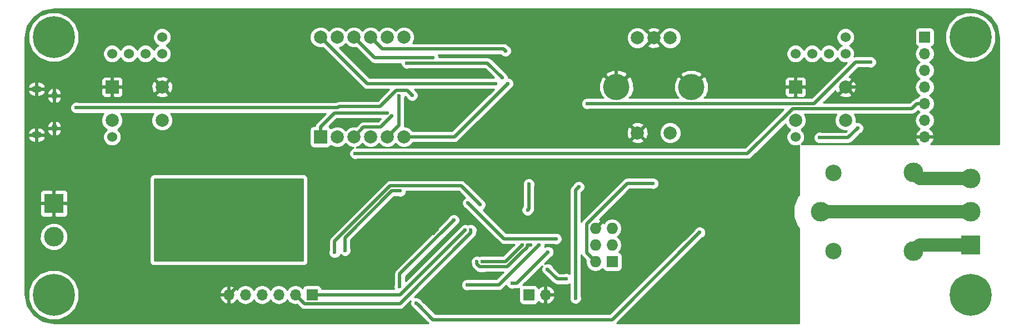
<source format=gbr>
G04 #@! TF.FileFunction,Copper,L2,Bot,Signal*
%FSLAX46Y46*%
G04 Gerber Fmt 4.6, Leading zero omitted, Abs format (unit mm)*
G04 Created by KiCad (PCBNEW 4.0.6) date Friday 09 June 2017 00:17:03*
%MOMM*%
%LPD*%
G01*
G04 APERTURE LIST*
%ADD10C,0.100000*%
%ADD11C,2.500000*%
%ADD12C,3.000000*%
%ADD13R,2.032000X2.032000*%
%ADD14C,2.000000*%
%ADD15R,1.727200X1.727200*%
%ADD16O,1.727200X1.727200*%
%ADD17R,3.000000X3.000000*%
%ADD18C,1.524000*%
%ADD19R,2.000000X2.000000*%
%ADD20R,1.700000X1.700000*%
%ADD21O,1.700000X1.700000*%
%ADD22O,0.950000X1.250000*%
%ADD23O,1.550000X1.000000*%
%ADD24C,4.000000*%
%ADD25C,6.400000*%
%ADD26C,0.600000*%
%ADD27C,0.500000*%
%ADD28C,2.000000*%
%ADD29C,0.254000*%
G04 APERTURE END LIST*
D10*
D11*
X193720000Y-114000000D03*
D12*
X205920000Y-114000000D03*
X205970000Y-101950000D03*
D11*
X193720000Y-102000000D03*
D12*
X191770000Y-107950000D03*
D13*
X115570000Y-96520000D03*
D14*
X118110000Y-96520000D03*
X120650000Y-96520000D03*
X123190000Y-96520000D03*
X125730000Y-96520000D03*
X128270000Y-96520000D03*
X123190000Y-81280000D03*
X125730000Y-81280000D03*
X115570000Y-81280000D03*
X118110000Y-81280000D03*
X128270000Y-81280000D03*
X120650000Y-81280000D03*
D15*
X160020000Y-115570000D03*
D16*
X157480000Y-115570000D03*
X160020000Y-113030000D03*
X157480000Y-113030000D03*
X160020000Y-110490000D03*
X157480000Y-110490000D03*
D17*
X214630000Y-113030000D03*
D12*
X214630000Y-107950000D03*
X214630000Y-102870000D03*
D17*
X74930000Y-106680000D03*
D12*
X74930000Y-111760000D03*
D18*
X83820000Y-96520000D03*
X83820000Y-83820000D03*
X86360000Y-83820000D03*
X88900000Y-83820000D03*
X91440000Y-83820000D03*
D14*
X91440000Y-88900000D03*
X91440000Y-93980000D03*
X83820000Y-93980000D03*
D19*
X83820000Y-88900000D03*
D18*
X91440000Y-81280000D03*
D20*
X147320000Y-120650000D03*
D21*
X149860000Y-120650000D03*
D18*
X187960000Y-96520000D03*
X187960000Y-83820000D03*
X190500000Y-83820000D03*
X193040000Y-83820000D03*
X195580000Y-83820000D03*
D14*
X195580000Y-88900000D03*
X195580000Y-93980000D03*
X187960000Y-93980000D03*
D19*
X187960000Y-88900000D03*
D18*
X195580000Y-81280000D03*
D20*
X114300000Y-120650000D03*
D21*
X111760000Y-120650000D03*
X109220000Y-120650000D03*
X106680000Y-120650000D03*
X104140000Y-120650000D03*
X101600000Y-120650000D03*
D22*
X75010000Y-90210000D03*
X75010000Y-95210000D03*
D23*
X72310000Y-89210000D03*
X72310000Y-96210000D03*
D24*
X172070000Y-88900000D03*
D14*
X163870000Y-95900000D03*
X163870000Y-81400000D03*
X166370000Y-81400000D03*
X168870000Y-81400000D03*
X168870000Y-95900000D03*
D24*
X160670000Y-88900000D03*
D20*
X207645000Y-81280000D03*
D21*
X207645000Y-83820000D03*
X207645000Y-86360000D03*
X207645000Y-88900000D03*
X207645000Y-91440000D03*
X207645000Y-93980000D03*
X207645000Y-96520000D03*
D25*
X74930000Y-81280000D03*
X74930000Y-120650000D03*
X214630000Y-120650000D03*
X214630000Y-81280000D03*
D26*
X125720512Y-92874603D03*
X126428500Y-93345000D03*
X127508000Y-90233500D03*
X144132601Y-88366215D03*
X143764000Y-83375500D03*
X128730345Y-85255010D03*
X143256000Y-87503000D03*
X142303500Y-88392000D03*
X132715000Y-84455000D03*
X158750000Y-84455000D03*
X158115000Y-80645000D03*
X151765000Y-92710000D03*
X137795000Y-115570000D03*
X132749307Y-111229307D03*
X139700000Y-111760000D03*
X139700000Y-120650000D03*
X203200000Y-83820000D03*
X105410000Y-101600000D03*
X187960000Y-100330000D03*
X187325000Y-104140000D03*
X169545000Y-104775000D03*
X180975000Y-104140000D03*
X119380000Y-94615000D03*
X130175000Y-94615000D03*
X133350000Y-95250000D03*
X132080000Y-97790000D03*
X143510000Y-92075000D03*
X124460000Y-86360000D03*
X130810000Y-86995000D03*
X113030000Y-116840000D03*
X106680000Y-116840000D03*
X106680000Y-116840000D03*
X165100000Y-101600000D03*
X161290000Y-107950000D03*
X133350000Y-107950000D03*
X151464721Y-112093339D03*
X138049000Y-106616500D03*
X150162280Y-116730008D03*
X152983114Y-118237000D03*
X144780000Y-118872000D03*
X150241000Y-114109500D03*
X120865002Y-99060000D03*
X147320000Y-103759000D03*
X147132776Y-107698827D03*
X140258012Y-115570000D03*
X146304000Y-113030000D03*
X156210000Y-91440000D03*
X199390000Y-85090000D03*
X139407999Y-115570000D03*
X147574000Y-113030000D03*
X78359000Y-92075000D03*
X129540000Y-90170000D03*
X96520000Y-110490000D03*
X95250000Y-110490000D03*
X93980000Y-110490000D03*
X93980000Y-107950000D03*
X95250000Y-107950000D03*
X96520000Y-107950000D03*
X93980000Y-109220000D03*
X95250000Y-109220000D03*
X96520000Y-109220000D03*
X166243000Y-103632000D03*
X127635000Y-119379996D03*
X130175000Y-121919998D03*
X135890000Y-109220000D03*
X173355000Y-111125000D03*
X191643000Y-96647000D03*
X197427307Y-95192307D03*
X154432000Y-121158000D03*
X154940000Y-104140000D03*
X137604500Y-110744000D03*
X138493500Y-110744000D03*
X127717314Y-104780927D03*
X119316500Y-113855500D03*
X139890500Y-106870500D03*
X117729000Y-114173000D03*
X137922000Y-119126000D03*
X148844000Y-113030000D03*
D27*
X117699397Y-92874603D02*
X125720512Y-92874603D01*
X115570000Y-95004000D02*
X117699397Y-92874603D01*
X115570000Y-96520000D02*
X115570000Y-95004000D01*
X124753501Y-95019999D02*
X126428500Y-93345000D01*
X120650000Y-96520000D02*
X122150001Y-95019999D01*
X122150001Y-95019999D02*
X124753501Y-95019999D01*
X127508000Y-90233500D02*
X127508000Y-94742000D01*
X127508000Y-94742000D02*
X125730000Y-96520000D01*
X135978816Y-96520000D02*
X144132601Y-88366215D01*
X128270000Y-96520000D02*
X135978816Y-96520000D01*
X124979991Y-83069991D02*
X123190000Y-81280000D01*
X143764000Y-83375500D02*
X143458491Y-83069991D01*
X143458491Y-83069991D02*
X124979991Y-83069991D01*
X141008010Y-85255010D02*
X128730345Y-85255010D01*
X143256000Y-87503000D02*
X141008010Y-85255010D01*
X142303500Y-88392000D02*
X122682000Y-88392000D01*
X122682000Y-88392000D02*
X115570000Y-81280000D01*
X132715000Y-84455000D02*
X123825000Y-84455000D01*
X123825000Y-84455000D02*
X120650000Y-81280000D01*
X158750000Y-84455000D02*
X158750000Y-81280000D01*
X158750000Y-81280000D02*
X158115000Y-80645000D01*
X160670000Y-86071573D02*
X159053427Y-84455000D01*
X158750000Y-84455000D02*
X158750000Y-85725000D01*
X159053427Y-84455000D02*
X158750000Y-84455000D01*
X158750000Y-85725000D02*
X151765000Y-92710000D01*
X160670000Y-88900000D02*
X160670000Y-86071573D01*
X139700000Y-111760000D02*
X139700000Y-113665000D01*
X139700000Y-113665000D02*
X137795000Y-115570000D01*
X133049306Y-110929308D02*
X132749307Y-111229307D01*
X133350000Y-110628614D02*
X133049306Y-110929308D01*
X133350000Y-107950000D02*
X133350000Y-110628614D01*
X148590000Y-123190000D02*
X142240000Y-123190000D01*
X142240000Y-123190000D02*
X139700000Y-120650000D01*
X149860000Y-121920000D02*
X148590000Y-123190000D01*
X149860000Y-120650000D02*
X149860000Y-121920000D01*
X195580000Y-88900000D02*
X198120000Y-88900000D01*
X198120000Y-88900000D02*
X203200000Y-83820000D01*
X187325000Y-104140000D02*
X187325000Y-100965000D01*
X187325000Y-100965000D02*
X187960000Y-100330000D01*
X180975000Y-104140000D02*
X187325000Y-104140000D01*
X166370000Y-101600000D02*
X169545000Y-104775000D01*
X165100000Y-101600000D02*
X178435000Y-101600000D01*
X178435000Y-101600000D02*
X180975000Y-104140000D01*
X133350000Y-95250000D02*
X130810000Y-95250000D01*
X130810000Y-95250000D02*
X130175000Y-94615000D01*
X142240000Y-92075000D02*
X136525000Y-97790000D01*
X136525000Y-97790000D02*
X132080000Y-97790000D01*
X143510000Y-92075000D02*
X142240000Y-92075000D01*
X125095000Y-86995000D02*
X124460000Y-86360000D01*
X130810000Y-86995000D02*
X125095000Y-86995000D01*
X106680000Y-116840000D02*
X113030000Y-116840000D01*
X101600000Y-120650000D02*
X105410000Y-116840000D01*
X105410000Y-116840000D02*
X106680000Y-116840000D01*
X165100000Y-101600000D02*
X166370000Y-101600000D01*
X157480000Y-110490000D02*
X160020000Y-107950000D01*
X160020000Y-107950000D02*
X161290000Y-107950000D01*
X143525839Y-112093339D02*
X151464721Y-112093339D01*
X138049000Y-106616500D02*
X143525839Y-112093339D01*
X152983114Y-118237000D02*
X151669272Y-118237000D01*
X151669272Y-118237000D02*
X150162280Y-116730008D01*
X150241000Y-114109500D02*
X145478500Y-118872000D01*
X145478500Y-118872000D02*
X144780000Y-118872000D01*
X180659998Y-99060000D02*
X120865002Y-99060000D01*
X187529987Y-92190011D02*
X180659998Y-99060000D01*
X205692908Y-92190011D02*
X187529987Y-92190011D01*
X206442919Y-91440000D02*
X205692908Y-92190011D01*
X207645000Y-91440000D02*
X206442919Y-91440000D01*
X147320000Y-103759000D02*
X147320000Y-107511603D01*
X147320000Y-107511603D02*
X147132776Y-107698827D01*
X143764000Y-115570000D02*
X140258012Y-115570000D01*
X146304000Y-113030000D02*
X143764000Y-115570000D01*
X199390000Y-85090000D02*
X197169998Y-85090000D01*
X197169998Y-85090000D02*
X190819998Y-91440000D01*
X190819998Y-91440000D02*
X156210000Y-91440000D01*
X147574000Y-113030000D02*
X147104001Y-113030000D01*
X147104001Y-113030000D02*
X147104001Y-113414001D01*
X146688001Y-113830001D02*
X146564673Y-113830001D01*
X147104001Y-113414001D02*
X146688001Y-113830001D01*
X146564673Y-113830001D02*
X144074664Y-116320010D01*
X140592001Y-116370001D02*
X139823999Y-116370001D01*
X144074664Y-116320010D02*
X140641992Y-116320010D01*
X140641992Y-116320010D02*
X140592001Y-116370001D01*
X139823999Y-116370001D02*
X139407999Y-115954001D01*
X139407999Y-115954001D02*
X139407999Y-115570000D01*
X124647499Y-91909999D02*
X118360999Y-91909999D01*
X118195998Y-92075000D02*
X78359000Y-92075000D01*
X127123999Y-89433499D02*
X124647499Y-91909999D01*
X128803499Y-89433499D02*
X127123999Y-89433499D01*
X129540000Y-90170000D02*
X128803499Y-89433499D01*
X118360999Y-91909999D02*
X118195998Y-92075000D01*
X95250000Y-110490000D02*
X96520000Y-110490000D01*
X93980000Y-107950000D02*
X93980000Y-110490000D01*
X96520000Y-107950000D02*
X95250000Y-107950000D01*
X157480000Y-115570000D02*
X156116399Y-114206399D01*
X156116399Y-114206399D02*
X156116399Y-109835471D01*
X156116399Y-109835471D02*
X162319870Y-103632000D01*
X162319870Y-103632000D02*
X166243000Y-103632000D01*
X127635000Y-118955732D02*
X127635000Y-119379996D01*
X127635000Y-117475000D02*
X127635000Y-118955732D01*
X135890000Y-109220000D02*
X127635000Y-117475000D01*
X130474999Y-122219997D02*
X130175000Y-121919998D01*
X132715002Y-124460000D02*
X130474999Y-122219997D01*
X160020000Y-124460000D02*
X132715002Y-124460000D01*
X173355000Y-111125000D02*
X160020000Y-124460000D01*
X192067264Y-96647000D02*
X191643000Y-96647000D01*
X195972614Y-96647000D02*
X192067264Y-96647000D01*
X197427307Y-95192307D02*
X195972614Y-96647000D01*
X154940000Y-104140000D02*
X154432000Y-104648000D01*
X154432000Y-104648000D02*
X154432000Y-121158000D01*
X127698500Y-120650000D02*
X137604500Y-110744000D01*
X114300000Y-120650000D02*
X127698500Y-120650000D01*
X138493500Y-111168264D02*
X138493500Y-110744000D01*
X127661763Y-122000001D02*
X138493500Y-111168264D01*
X113110001Y-122000001D02*
X127661763Y-122000001D01*
X111760000Y-120650000D02*
X113110001Y-122000001D01*
X126445069Y-104780927D02*
X127717314Y-104780927D01*
X119316500Y-111909496D02*
X126445069Y-104780927D01*
X119316500Y-113855500D02*
X119316500Y-111909496D01*
X137000926Y-103980926D02*
X139890500Y-106870500D01*
X126184395Y-103980926D02*
X137000926Y-103980926D01*
X117729000Y-114173000D02*
X117729000Y-112436321D01*
X117729000Y-112436321D02*
X126184395Y-103980926D01*
D28*
X214630000Y-113030000D02*
X206890000Y-113030000D01*
X206890000Y-113030000D02*
X205920000Y-114000000D01*
X214630000Y-107950000D02*
X191770000Y-107950000D01*
X214630000Y-102870000D02*
X206890000Y-102870000D01*
X206890000Y-102870000D02*
X205970000Y-101950000D01*
D27*
X148844000Y-113030000D02*
X142748000Y-119126000D01*
X142748000Y-119126000D02*
X137922000Y-119126000D01*
D29*
G36*
X112903000Y-115443000D02*
X90297000Y-115443000D01*
X90297000Y-102997000D01*
X112903000Y-102997000D01*
X112903000Y-115443000D01*
X112903000Y-115443000D01*
G37*
X112903000Y-115443000D02*
X90297000Y-115443000D01*
X90297000Y-102997000D01*
X112903000Y-102997000D01*
X112903000Y-115443000D01*
G36*
X216287249Y-77279047D02*
X217692197Y-78217804D01*
X218630953Y-79622751D01*
X218975000Y-81352391D01*
X218975000Y-97663000D01*
X208573914Y-97663000D01*
X208916645Y-97286924D01*
X209086476Y-96876890D01*
X208965155Y-96647000D01*
X207772000Y-96647000D01*
X207772000Y-96667000D01*
X207518000Y-96667000D01*
X207518000Y-96647000D01*
X206324845Y-96647000D01*
X206203524Y-96876890D01*
X206373355Y-97286924D01*
X206716086Y-97663000D01*
X188792386Y-97663000D01*
X189143629Y-97312370D01*
X189356757Y-96799100D01*
X189357242Y-96243339D01*
X189145010Y-95729697D01*
X188812656Y-95396762D01*
X188884943Y-95366894D01*
X189345278Y-94907363D01*
X189594716Y-94306648D01*
X189595284Y-93656205D01*
X189355139Y-93075011D01*
X194185432Y-93075011D01*
X193945284Y-93653352D01*
X193944716Y-94303795D01*
X194193106Y-94904943D01*
X194652637Y-95365278D01*
X195253352Y-95614716D01*
X195752882Y-95615152D01*
X195606034Y-95762000D01*
X191949822Y-95762000D01*
X191829799Y-95712162D01*
X191457833Y-95711838D01*
X191114057Y-95853883D01*
X190850808Y-96116673D01*
X190708162Y-96460201D01*
X190707838Y-96832167D01*
X190849883Y-97175943D01*
X191112673Y-97439192D01*
X191456201Y-97581838D01*
X191828167Y-97582162D01*
X191949569Y-97532000D01*
X195972609Y-97532000D01*
X195972614Y-97532001D01*
X196255098Y-97475810D01*
X196311289Y-97464633D01*
X196598404Y-97272790D01*
X197836141Y-96035052D01*
X197956250Y-95985424D01*
X198219499Y-95722634D01*
X198362145Y-95379106D01*
X198362469Y-95007140D01*
X198220424Y-94663364D01*
X197957634Y-94400115D01*
X197614106Y-94257469D01*
X197242140Y-94257145D01*
X197214749Y-94268463D01*
X197215284Y-93656205D01*
X196975139Y-93075011D01*
X205692903Y-93075011D01*
X205692908Y-93075012D01*
X205975392Y-93018821D01*
X206031583Y-93007644D01*
X206318698Y-92815801D01*
X206318699Y-92815800D01*
X206612965Y-92521533D01*
X206895026Y-92710000D01*
X206565853Y-92929946D01*
X206243946Y-93411715D01*
X206130907Y-93980000D01*
X206243946Y-94548285D01*
X206565853Y-95030054D01*
X206906553Y-95257702D01*
X206763642Y-95324817D01*
X206373355Y-95753076D01*
X206203524Y-96163110D01*
X206324845Y-96393000D01*
X207518000Y-96393000D01*
X207518000Y-96373000D01*
X207772000Y-96373000D01*
X207772000Y-96393000D01*
X208965155Y-96393000D01*
X209086476Y-96163110D01*
X208916645Y-95753076D01*
X208526358Y-95324817D01*
X208383447Y-95257702D01*
X208724147Y-95030054D01*
X209046054Y-94548285D01*
X209159093Y-93980000D01*
X209046054Y-93411715D01*
X208724147Y-92929946D01*
X208394974Y-92710000D01*
X208724147Y-92490054D01*
X209046054Y-92008285D01*
X209159093Y-91440000D01*
X209046054Y-90871715D01*
X208724147Y-90389946D01*
X208394974Y-90170000D01*
X208724147Y-89950054D01*
X209046054Y-89468285D01*
X209159093Y-88900000D01*
X209046054Y-88331715D01*
X208724147Y-87849946D01*
X208394974Y-87630000D01*
X208724147Y-87410054D01*
X209046054Y-86928285D01*
X209159093Y-86360000D01*
X209046054Y-85791715D01*
X208724147Y-85309946D01*
X208394974Y-85090000D01*
X208724147Y-84870054D01*
X209046054Y-84388285D01*
X209159093Y-83820000D01*
X209046054Y-83251715D01*
X208724147Y-82769946D01*
X208682548Y-82742150D01*
X208730317Y-82733162D01*
X208946441Y-82594090D01*
X209091431Y-82381890D01*
X209142440Y-82130000D01*
X209142440Y-82039482D01*
X210794336Y-82039482D01*
X211376950Y-83449515D01*
X212454811Y-84529259D01*
X213863825Y-85114333D01*
X215389482Y-85115664D01*
X216799515Y-84533050D01*
X217879259Y-83455189D01*
X218464333Y-82046175D01*
X218465664Y-80520518D01*
X217883050Y-79110485D01*
X216805189Y-78030741D01*
X215396175Y-77445667D01*
X213870518Y-77444336D01*
X212460485Y-78026950D01*
X211380741Y-79104811D01*
X210795667Y-80513825D01*
X210794336Y-82039482D01*
X209142440Y-82039482D01*
X209142440Y-80430000D01*
X209098162Y-80194683D01*
X208959090Y-79978559D01*
X208746890Y-79833569D01*
X208495000Y-79782560D01*
X206795000Y-79782560D01*
X206559683Y-79826838D01*
X206343559Y-79965910D01*
X206198569Y-80178110D01*
X206147560Y-80430000D01*
X206147560Y-82130000D01*
X206191838Y-82365317D01*
X206330910Y-82581441D01*
X206543110Y-82726431D01*
X206610541Y-82740086D01*
X206565853Y-82769946D01*
X206243946Y-83251715D01*
X206130907Y-83820000D01*
X206243946Y-84388285D01*
X206565853Y-84870054D01*
X206895026Y-85090000D01*
X206565853Y-85309946D01*
X206243946Y-85791715D01*
X206130907Y-86360000D01*
X206243946Y-86928285D01*
X206565853Y-87410054D01*
X206895026Y-87630000D01*
X206565853Y-87849946D01*
X206243946Y-88331715D01*
X206130907Y-88900000D01*
X206243946Y-89468285D01*
X206565853Y-89950054D01*
X206895026Y-90170000D01*
X206565853Y-90389946D01*
X206455568Y-90555000D01*
X206442924Y-90555000D01*
X206442919Y-90554999D01*
X206160435Y-90611190D01*
X206104244Y-90622367D01*
X205817129Y-90814210D01*
X205817127Y-90814213D01*
X205326328Y-91305011D01*
X192206567Y-91305011D01*
X193459046Y-90052532D01*
X194607073Y-90052532D01*
X194705736Y-90319387D01*
X195315461Y-90545908D01*
X195965460Y-90521856D01*
X196454264Y-90319387D01*
X196552927Y-90052532D01*
X195580000Y-89079605D01*
X194607073Y-90052532D01*
X193459046Y-90052532D01*
X194036632Y-89474946D01*
X194160613Y-89774264D01*
X194427468Y-89872927D01*
X195400395Y-88900000D01*
X195759605Y-88900000D01*
X196732532Y-89872927D01*
X196999387Y-89774264D01*
X197225908Y-89164539D01*
X197201856Y-88514540D01*
X196999387Y-88025736D01*
X196732532Y-87927073D01*
X195759605Y-88900000D01*
X195400395Y-88900000D01*
X195386253Y-88885858D01*
X195565858Y-88706253D01*
X195580000Y-88720395D01*
X196552927Y-87747468D01*
X196454264Y-87480613D01*
X196145627Y-87365950D01*
X197536577Y-85975000D01*
X199083178Y-85975000D01*
X199203201Y-86024838D01*
X199575167Y-86025162D01*
X199918943Y-85883117D01*
X200182192Y-85620327D01*
X200324838Y-85276799D01*
X200325162Y-84904833D01*
X200183117Y-84561057D01*
X199920327Y-84297808D01*
X199576799Y-84155162D01*
X199204833Y-84154838D01*
X199083431Y-84205000D01*
X197170003Y-84205000D01*
X197169998Y-84204999D01*
X196911427Y-84256433D01*
X196976757Y-84099100D01*
X196977242Y-83543339D01*
X196765010Y-83029697D01*
X196372370Y-82636371D01*
X196164488Y-82550051D01*
X196370303Y-82465010D01*
X196763629Y-82072370D01*
X196976757Y-81559100D01*
X196977242Y-81003339D01*
X196765010Y-80489697D01*
X196372370Y-80096371D01*
X195859100Y-79883243D01*
X195303339Y-79882758D01*
X194789697Y-80094990D01*
X194396371Y-80487630D01*
X194183243Y-81000900D01*
X194182758Y-81556661D01*
X194394990Y-82070303D01*
X194787630Y-82463629D01*
X194995512Y-82549949D01*
X194789697Y-82634990D01*
X194396371Y-83027630D01*
X194310051Y-83235512D01*
X194225010Y-83029697D01*
X193832370Y-82636371D01*
X193319100Y-82423243D01*
X192763339Y-82422758D01*
X192249697Y-82634990D01*
X191856371Y-83027630D01*
X191770051Y-83235512D01*
X191685010Y-83029697D01*
X191292370Y-82636371D01*
X190779100Y-82423243D01*
X190223339Y-82422758D01*
X189709697Y-82634990D01*
X189316371Y-83027630D01*
X189230051Y-83235512D01*
X189145010Y-83029697D01*
X188752370Y-82636371D01*
X188239100Y-82423243D01*
X187683339Y-82422758D01*
X187169697Y-82634990D01*
X186776371Y-83027630D01*
X186563243Y-83540900D01*
X186562758Y-84096661D01*
X186774990Y-84610303D01*
X187167630Y-85003629D01*
X187680900Y-85216757D01*
X188236661Y-85217242D01*
X188750303Y-85005010D01*
X189143629Y-84612370D01*
X189229949Y-84404488D01*
X189314990Y-84610303D01*
X189707630Y-85003629D01*
X190220900Y-85216757D01*
X190776661Y-85217242D01*
X191290303Y-85005010D01*
X191683629Y-84612370D01*
X191769949Y-84404488D01*
X191854990Y-84610303D01*
X192247630Y-85003629D01*
X192760900Y-85216757D01*
X193316661Y-85217242D01*
X193830303Y-85005010D01*
X194223629Y-84612370D01*
X194309949Y-84404488D01*
X194394990Y-84610303D01*
X194787630Y-85003629D01*
X195300900Y-85216757D01*
X195791234Y-85217185D01*
X190453418Y-90555000D01*
X174012890Y-90555000D01*
X174315743Y-90374647D01*
X174709119Y-89402988D01*
X174707377Y-89185750D01*
X186325000Y-89185750D01*
X186325000Y-90026310D01*
X186421673Y-90259699D01*
X186600302Y-90438327D01*
X186833691Y-90535000D01*
X187674250Y-90535000D01*
X187833000Y-90376250D01*
X187833000Y-89027000D01*
X188087000Y-89027000D01*
X188087000Y-90376250D01*
X188245750Y-90535000D01*
X189086309Y-90535000D01*
X189319698Y-90438327D01*
X189498327Y-90259699D01*
X189595000Y-90026310D01*
X189595000Y-89185750D01*
X189436250Y-89027000D01*
X188087000Y-89027000D01*
X187833000Y-89027000D01*
X186483750Y-89027000D01*
X186325000Y-89185750D01*
X174707377Y-89185750D01*
X174700713Y-88354753D01*
X174460029Y-87773690D01*
X186325000Y-87773690D01*
X186325000Y-88614250D01*
X186483750Y-88773000D01*
X187833000Y-88773000D01*
X187833000Y-87423750D01*
X188087000Y-87423750D01*
X188087000Y-88773000D01*
X189436250Y-88773000D01*
X189595000Y-88614250D01*
X189595000Y-87773690D01*
X189498327Y-87540301D01*
X189319698Y-87361673D01*
X189086309Y-87265000D01*
X188245750Y-87265000D01*
X188087000Y-87423750D01*
X187833000Y-87423750D01*
X187674250Y-87265000D01*
X186833691Y-87265000D01*
X186600302Y-87361673D01*
X186421673Y-87540301D01*
X186325000Y-87773690D01*
X174460029Y-87773690D01*
X174315743Y-87425353D01*
X173945022Y-87204584D01*
X172249605Y-88900000D01*
X172263748Y-88914142D01*
X172084142Y-89093748D01*
X172070000Y-89079605D01*
X172055858Y-89093748D01*
X171876252Y-88914142D01*
X171890395Y-88900000D01*
X170194978Y-87204584D01*
X169824257Y-87425353D01*
X169430881Y-88397012D01*
X169439287Y-89445247D01*
X169824257Y-90374647D01*
X170127110Y-90555000D01*
X162612890Y-90555000D01*
X162915743Y-90374647D01*
X163309119Y-89402988D01*
X163300713Y-88354753D01*
X162915743Y-87425353D01*
X162545022Y-87204584D01*
X160849605Y-88900000D01*
X160863748Y-88914142D01*
X160684142Y-89093748D01*
X160670000Y-89079605D01*
X160655858Y-89093748D01*
X160476252Y-88914142D01*
X160490395Y-88900000D01*
X158794978Y-87204584D01*
X158424257Y-87425353D01*
X158030881Y-88397012D01*
X158039287Y-89445247D01*
X158424257Y-90374647D01*
X158727110Y-90555000D01*
X156516822Y-90555000D01*
X156396799Y-90505162D01*
X156024833Y-90504838D01*
X155681057Y-90646883D01*
X155417808Y-90909673D01*
X155275162Y-91253201D01*
X155274838Y-91625167D01*
X155416883Y-91968943D01*
X155679673Y-92232192D01*
X156023201Y-92374838D01*
X156395167Y-92375162D01*
X156516569Y-92325000D01*
X186143419Y-92325000D01*
X180293418Y-98175000D01*
X121171824Y-98175000D01*
X121051801Y-98125162D01*
X121046706Y-98125158D01*
X121574943Y-97906894D01*
X121920199Y-97562241D01*
X122262637Y-97905278D01*
X122863352Y-98154716D01*
X123513795Y-98155284D01*
X124114943Y-97906894D01*
X124460199Y-97562241D01*
X124802637Y-97905278D01*
X125403352Y-98154716D01*
X126053795Y-98155284D01*
X126654943Y-97906894D01*
X127000199Y-97562241D01*
X127342637Y-97905278D01*
X127943352Y-98154716D01*
X128593795Y-98155284D01*
X129194943Y-97906894D01*
X129655278Y-97447363D01*
X129672869Y-97405000D01*
X135978811Y-97405000D01*
X135978816Y-97405001D01*
X136261300Y-97348810D01*
X136317491Y-97337633D01*
X136604606Y-97145790D01*
X136697863Y-97052532D01*
X162897073Y-97052532D01*
X162995736Y-97319387D01*
X163605461Y-97545908D01*
X164255460Y-97521856D01*
X164744264Y-97319387D01*
X164842927Y-97052532D01*
X163870000Y-96079605D01*
X162897073Y-97052532D01*
X136697863Y-97052532D01*
X138114934Y-95635461D01*
X162224092Y-95635461D01*
X162248144Y-96285460D01*
X162450613Y-96774264D01*
X162717468Y-96872927D01*
X163690395Y-95900000D01*
X164049605Y-95900000D01*
X165022532Y-96872927D01*
X165289387Y-96774264D01*
X165493893Y-96223795D01*
X167234716Y-96223795D01*
X167483106Y-96824943D01*
X167942637Y-97285278D01*
X168543352Y-97534716D01*
X169193795Y-97535284D01*
X169794943Y-97286894D01*
X170255278Y-96827363D01*
X170504716Y-96226648D01*
X170505284Y-95576205D01*
X170256894Y-94975057D01*
X169797363Y-94514722D01*
X169196648Y-94265284D01*
X168546205Y-94264716D01*
X167945057Y-94513106D01*
X167484722Y-94972637D01*
X167235284Y-95573352D01*
X167234716Y-96223795D01*
X165493893Y-96223795D01*
X165515908Y-96164539D01*
X165491856Y-95514540D01*
X165289387Y-95025736D01*
X165022532Y-94927073D01*
X164049605Y-95900000D01*
X163690395Y-95900000D01*
X162717468Y-94927073D01*
X162450613Y-95025736D01*
X162224092Y-95635461D01*
X138114934Y-95635461D01*
X139002927Y-94747468D01*
X162897073Y-94747468D01*
X163870000Y-95720395D01*
X164842927Y-94747468D01*
X164744264Y-94480613D01*
X164134539Y-94254092D01*
X163484540Y-94278144D01*
X162995736Y-94480613D01*
X162897073Y-94747468D01*
X139002927Y-94747468D01*
X144541435Y-89208960D01*
X144661544Y-89159332D01*
X144924793Y-88896542D01*
X145067439Y-88553014D01*
X145067763Y-88181048D01*
X144925718Y-87837272D01*
X144662928Y-87574023D01*
X144319400Y-87431377D01*
X144191063Y-87431265D01*
X144191162Y-87317833D01*
X144070158Y-87024978D01*
X158974584Y-87024978D01*
X160670000Y-88720395D01*
X162365416Y-87024978D01*
X170374584Y-87024978D01*
X172070000Y-88720395D01*
X173765416Y-87024978D01*
X173544647Y-86654257D01*
X172572988Y-86260881D01*
X171524753Y-86269287D01*
X170595353Y-86654257D01*
X170374584Y-87024978D01*
X162365416Y-87024978D01*
X162144647Y-86654257D01*
X161172988Y-86260881D01*
X160124753Y-86269287D01*
X159195353Y-86654257D01*
X158974584Y-87024978D01*
X144070158Y-87024978D01*
X144049117Y-86974057D01*
X143786327Y-86710808D01*
X143665013Y-86660434D01*
X141633800Y-84629220D01*
X141608582Y-84612370D01*
X141346685Y-84437377D01*
X141290494Y-84426200D01*
X141008010Y-84370009D01*
X141008005Y-84370010D01*
X133650075Y-84370010D01*
X133650162Y-84269833D01*
X133520072Y-83954991D01*
X143021343Y-83954991D01*
X143233673Y-84167692D01*
X143577201Y-84310338D01*
X143949167Y-84310662D01*
X144292943Y-84168617D01*
X144556192Y-83905827D01*
X144698838Y-83562299D01*
X144699162Y-83190333D01*
X144557117Y-82846557D01*
X144294327Y-82583308D01*
X144173014Y-82532934D01*
X144084281Y-82444201D01*
X143920849Y-82335000D01*
X143797166Y-82252358D01*
X143740975Y-82241181D01*
X143458491Y-82184990D01*
X143458486Y-82184991D01*
X129664568Y-82184991D01*
X129856072Y-81723795D01*
X162234716Y-81723795D01*
X162483106Y-82324943D01*
X162942637Y-82785278D01*
X163543352Y-83034716D01*
X164193795Y-83035284D01*
X164794943Y-82786894D01*
X165029715Y-82552532D01*
X165397073Y-82552532D01*
X165495736Y-82819387D01*
X166105461Y-83045908D01*
X166755460Y-83021856D01*
X167244264Y-82819387D01*
X167342927Y-82552532D01*
X166370000Y-81579605D01*
X165397073Y-82552532D01*
X165029715Y-82552532D01*
X165211752Y-82370813D01*
X165217468Y-82372927D01*
X166190395Y-81400000D01*
X166549605Y-81400000D01*
X167522532Y-82372927D01*
X167528722Y-82370639D01*
X167942637Y-82785278D01*
X168543352Y-83034716D01*
X169193795Y-83035284D01*
X169794943Y-82786894D01*
X170255278Y-82327363D01*
X170504716Y-81726648D01*
X170505284Y-81076205D01*
X170256894Y-80475057D01*
X169797363Y-80014722D01*
X169196648Y-79765284D01*
X168546205Y-79764716D01*
X167945057Y-80013106D01*
X167528248Y-80429187D01*
X167522532Y-80427073D01*
X166549605Y-81400000D01*
X166190395Y-81400000D01*
X165217468Y-80427073D01*
X165211278Y-80429361D01*
X165029703Y-80247468D01*
X165397073Y-80247468D01*
X166370000Y-81220395D01*
X167342927Y-80247468D01*
X167244264Y-79980613D01*
X166634539Y-79754092D01*
X165984540Y-79778144D01*
X165495736Y-79980613D01*
X165397073Y-80247468D01*
X165029703Y-80247468D01*
X164797363Y-80014722D01*
X164196648Y-79765284D01*
X163546205Y-79764716D01*
X162945057Y-80013106D01*
X162484722Y-80472637D01*
X162235284Y-81073352D01*
X162234716Y-81723795D01*
X129856072Y-81723795D01*
X129904716Y-81606648D01*
X129905284Y-80956205D01*
X129656894Y-80355057D01*
X129197363Y-79894722D01*
X128596648Y-79645284D01*
X127946205Y-79644716D01*
X127345057Y-79893106D01*
X126999801Y-80237759D01*
X126657363Y-79894722D01*
X126056648Y-79645284D01*
X125406205Y-79644716D01*
X124805057Y-79893106D01*
X124459801Y-80237759D01*
X124117363Y-79894722D01*
X123516648Y-79645284D01*
X122866205Y-79644716D01*
X122265057Y-79893106D01*
X121919801Y-80237759D01*
X121577363Y-79894722D01*
X120976648Y-79645284D01*
X120326205Y-79644716D01*
X119725057Y-79893106D01*
X119379801Y-80237759D01*
X119037363Y-79894722D01*
X118436648Y-79645284D01*
X117786205Y-79644716D01*
X117185057Y-79893106D01*
X116839801Y-80237759D01*
X116497363Y-79894722D01*
X115896648Y-79645284D01*
X115246205Y-79644716D01*
X114645057Y-79893106D01*
X114184722Y-80352637D01*
X113935284Y-80953352D01*
X113934716Y-81603795D01*
X114183106Y-82204943D01*
X114642637Y-82665278D01*
X115243352Y-82914716D01*
X115893795Y-82915284D01*
X115936188Y-82897768D01*
X122056208Y-89017787D01*
X122056210Y-89017790D01*
X122343325Y-89209633D01*
X122399516Y-89220810D01*
X122682000Y-89277001D01*
X122682005Y-89277000D01*
X126028919Y-89277000D01*
X124280919Y-91024999D01*
X118361004Y-91024999D01*
X118360999Y-91024998D01*
X118078515Y-91081189D01*
X118022324Y-91092366D01*
X117876204Y-91190000D01*
X78665822Y-91190000D01*
X78545799Y-91140162D01*
X78173833Y-91139838D01*
X77830057Y-91281883D01*
X77566808Y-91544673D01*
X77424162Y-91888201D01*
X77423838Y-92260167D01*
X77565883Y-92603943D01*
X77828673Y-92867192D01*
X78172201Y-93009838D01*
X78544167Y-93010162D01*
X78665569Y-92960000D01*
X82527521Y-92960000D01*
X82434722Y-93052637D01*
X82185284Y-93653352D01*
X82184716Y-94303795D01*
X82433106Y-94904943D01*
X82892637Y-95365278D01*
X82968006Y-95396574D01*
X82636371Y-95727630D01*
X82423243Y-96240900D01*
X82422758Y-96796661D01*
X82634990Y-97310303D01*
X83027630Y-97703629D01*
X83540900Y-97916757D01*
X84096661Y-97917242D01*
X84610303Y-97705010D01*
X85003629Y-97312370D01*
X85216757Y-96799100D01*
X85217242Y-96243339D01*
X85005010Y-95729697D01*
X84672656Y-95396762D01*
X84744943Y-95366894D01*
X85205278Y-94907363D01*
X85454716Y-94306648D01*
X85455284Y-93656205D01*
X85206894Y-93055057D01*
X85112003Y-92960000D01*
X90147521Y-92960000D01*
X90054722Y-93052637D01*
X89805284Y-93653352D01*
X89804716Y-94303795D01*
X90053106Y-94904943D01*
X90512637Y-95365278D01*
X91113352Y-95614716D01*
X91763795Y-95615284D01*
X92364943Y-95366894D01*
X92825278Y-94907363D01*
X93074716Y-94306648D01*
X93075284Y-93656205D01*
X92826894Y-93055057D01*
X92732003Y-92960000D01*
X116362421Y-92960000D01*
X114944210Y-94378210D01*
X114752367Y-94665325D01*
X114741190Y-94721516D01*
X114714327Y-94856560D01*
X114554000Y-94856560D01*
X114318683Y-94900838D01*
X114102559Y-95039910D01*
X113957569Y-95252110D01*
X113906560Y-95504000D01*
X113906560Y-97536000D01*
X113950838Y-97771317D01*
X114089910Y-97987441D01*
X114302110Y-98132431D01*
X114554000Y-98183440D01*
X116586000Y-98183440D01*
X116821317Y-98139162D01*
X117037441Y-98000090D01*
X117134899Y-97857456D01*
X117182637Y-97905278D01*
X117783352Y-98154716D01*
X118433795Y-98155284D01*
X119034943Y-97906894D01*
X119380199Y-97562241D01*
X119722637Y-97905278D01*
X120323352Y-98154716D01*
X120606925Y-98154964D01*
X120336059Y-98266883D01*
X120072810Y-98529673D01*
X119930164Y-98873201D01*
X119929840Y-99245167D01*
X120071885Y-99588943D01*
X120334675Y-99852192D01*
X120678203Y-99994838D01*
X121050169Y-99995162D01*
X121171571Y-99945000D01*
X180659993Y-99945000D01*
X180659998Y-99945001D01*
X180942482Y-99888810D01*
X180998673Y-99877633D01*
X181285788Y-99685790D01*
X186425023Y-94546555D01*
X186573106Y-94904943D01*
X187032637Y-95365278D01*
X187108006Y-95396574D01*
X186776371Y-95727630D01*
X186563243Y-96240900D01*
X186562758Y-96796661D01*
X186774990Y-97310303D01*
X187167630Y-97703629D01*
X187680900Y-97916757D01*
X188236661Y-97917242D01*
X188468000Y-97821655D01*
X188468000Y-105414869D01*
X188273340Y-105609190D01*
X187643718Y-107125487D01*
X187642285Y-108767310D01*
X188269259Y-110284704D01*
X188468000Y-110483792D01*
X188468000Y-124995000D01*
X160736580Y-124995000D01*
X173763834Y-111967745D01*
X173883943Y-111918117D01*
X174147192Y-111655327D01*
X174289838Y-111311799D01*
X174290162Y-110939833D01*
X174148117Y-110596057D01*
X173885327Y-110332808D01*
X173541799Y-110190162D01*
X173169833Y-110189838D01*
X172826057Y-110331883D01*
X172562808Y-110594673D01*
X172512434Y-110715987D01*
X159653420Y-123575000D01*
X133081581Y-123575000D01*
X131100789Y-121594207D01*
X131100786Y-121594205D01*
X131017745Y-121511163D01*
X130968117Y-121391055D01*
X130705327Y-121127806D01*
X130361799Y-120985160D01*
X129989833Y-120984836D01*
X129885327Y-121028017D01*
X139119287Y-111794056D01*
X139119290Y-111794054D01*
X139311133Y-111506939D01*
X139378500Y-111168264D01*
X139378500Y-111050822D01*
X139428338Y-110930799D01*
X139428662Y-110558833D01*
X139286617Y-110215057D01*
X139023827Y-109951808D01*
X138680299Y-109809162D01*
X138308333Y-109808838D01*
X138048786Y-109916080D01*
X137791299Y-109809162D01*
X137419333Y-109808838D01*
X137075557Y-109950883D01*
X136812308Y-110213673D01*
X136761934Y-110334987D01*
X128520000Y-118576920D01*
X128520000Y-117841580D01*
X136298834Y-110062745D01*
X136418943Y-110013117D01*
X136682192Y-109750327D01*
X136824838Y-109406799D01*
X136825162Y-109034833D01*
X136683117Y-108691057D01*
X136420327Y-108427808D01*
X136076799Y-108285162D01*
X135704833Y-108284838D01*
X135361057Y-108426883D01*
X135097808Y-108689673D01*
X135047434Y-108810987D01*
X127009210Y-116849210D01*
X126817367Y-117136325D01*
X126817367Y-117136326D01*
X126749999Y-117475000D01*
X126750000Y-117475005D01*
X126750000Y-119073174D01*
X126700162Y-119193197D01*
X126699838Y-119565163D01*
X126782409Y-119765000D01*
X115790854Y-119765000D01*
X115753162Y-119564683D01*
X115614090Y-119348559D01*
X115401890Y-119203569D01*
X115150000Y-119152560D01*
X113450000Y-119152560D01*
X113214683Y-119196838D01*
X112998559Y-119335910D01*
X112853569Y-119548110D01*
X112839914Y-119615541D01*
X112810054Y-119570853D01*
X112328285Y-119248946D01*
X111760000Y-119135907D01*
X111191715Y-119248946D01*
X110709946Y-119570853D01*
X110490000Y-119900026D01*
X110270054Y-119570853D01*
X109788285Y-119248946D01*
X109220000Y-119135907D01*
X108651715Y-119248946D01*
X108169946Y-119570853D01*
X107950000Y-119900026D01*
X107730054Y-119570853D01*
X107248285Y-119248946D01*
X106680000Y-119135907D01*
X106111715Y-119248946D01*
X105629946Y-119570853D01*
X105410000Y-119900026D01*
X105190054Y-119570853D01*
X104708285Y-119248946D01*
X104140000Y-119135907D01*
X103571715Y-119248946D01*
X103089946Y-119570853D01*
X102862298Y-119911553D01*
X102795183Y-119768642D01*
X102366924Y-119378355D01*
X101956890Y-119208524D01*
X101727000Y-119329845D01*
X101727000Y-120523000D01*
X101747000Y-120523000D01*
X101747000Y-120777000D01*
X101727000Y-120777000D01*
X101727000Y-121970155D01*
X101956890Y-122091476D01*
X102366924Y-121921645D01*
X102795183Y-121531358D01*
X102862298Y-121388447D01*
X103089946Y-121729147D01*
X103571715Y-122051054D01*
X104140000Y-122164093D01*
X104708285Y-122051054D01*
X105190054Y-121729147D01*
X105410000Y-121399974D01*
X105629946Y-121729147D01*
X106111715Y-122051054D01*
X106680000Y-122164093D01*
X107248285Y-122051054D01*
X107730054Y-121729147D01*
X107950000Y-121399974D01*
X108169946Y-121729147D01*
X108651715Y-122051054D01*
X109220000Y-122164093D01*
X109788285Y-122051054D01*
X110270054Y-121729147D01*
X110490000Y-121399974D01*
X110709946Y-121729147D01*
X111191715Y-122051054D01*
X111760000Y-122164093D01*
X111978960Y-122120539D01*
X112484209Y-122625788D01*
X112484211Y-122625791D01*
X112771326Y-122817634D01*
X112827517Y-122828811D01*
X113110001Y-122885002D01*
X113110006Y-122885001D01*
X127661758Y-122885001D01*
X127661763Y-122885002D01*
X127944247Y-122828811D01*
X128000438Y-122817634D01*
X128287553Y-122625791D01*
X129282780Y-121630564D01*
X129240162Y-121733199D01*
X129239838Y-122105165D01*
X129381883Y-122448941D01*
X129644673Y-122712190D01*
X129765987Y-122762564D01*
X129849207Y-122845784D01*
X129849209Y-122845787D01*
X131998423Y-124995000D01*
X75002391Y-124995000D01*
X73272751Y-124650953D01*
X71867804Y-123712197D01*
X70929047Y-122307249D01*
X70750470Y-121409482D01*
X71094336Y-121409482D01*
X71676950Y-122819515D01*
X72754811Y-123899259D01*
X74163825Y-124484333D01*
X75689482Y-124485664D01*
X77099515Y-123903050D01*
X78179259Y-122825189D01*
X78764333Y-121416175D01*
X78764690Y-121006892D01*
X100158514Y-121006892D01*
X100404817Y-121531358D01*
X100833076Y-121921645D01*
X101243110Y-122091476D01*
X101473000Y-121970155D01*
X101473000Y-120777000D01*
X100279181Y-120777000D01*
X100158514Y-121006892D01*
X78764690Y-121006892D01*
X78765312Y-120293108D01*
X100158514Y-120293108D01*
X100279181Y-120523000D01*
X101473000Y-120523000D01*
X101473000Y-119329845D01*
X101243110Y-119208524D01*
X100833076Y-119378355D01*
X100404817Y-119768642D01*
X100158514Y-120293108D01*
X78765312Y-120293108D01*
X78765664Y-119890518D01*
X78183050Y-118480485D01*
X77105189Y-117400741D01*
X75696175Y-116815667D01*
X74170518Y-116814336D01*
X72760485Y-117396950D01*
X71680741Y-118474811D01*
X71095667Y-119883825D01*
X71094336Y-121409482D01*
X70750470Y-121409482D01*
X70585000Y-120577610D01*
X70585000Y-112182815D01*
X72794630Y-112182815D01*
X73118980Y-112967800D01*
X73719041Y-113568909D01*
X74503459Y-113894628D01*
X75352815Y-113895370D01*
X76137800Y-113571020D01*
X76738909Y-112970959D01*
X77064628Y-112186541D01*
X77065370Y-111337185D01*
X76741020Y-110552200D01*
X76140959Y-109951091D01*
X75356541Y-109625372D01*
X74507185Y-109624630D01*
X73722200Y-109948980D01*
X73121091Y-110549041D01*
X72795372Y-111333459D01*
X72794630Y-112182815D01*
X70585000Y-112182815D01*
X70585000Y-106965750D01*
X72795000Y-106965750D01*
X72795000Y-108306309D01*
X72891673Y-108539698D01*
X73070301Y-108718327D01*
X73303690Y-108815000D01*
X74644250Y-108815000D01*
X74803000Y-108656250D01*
X74803000Y-106807000D01*
X75057000Y-106807000D01*
X75057000Y-108656250D01*
X75215750Y-108815000D01*
X76556310Y-108815000D01*
X76789699Y-108718327D01*
X76968327Y-108539698D01*
X77065000Y-108306309D01*
X77065000Y-106965750D01*
X76906250Y-106807000D01*
X75057000Y-106807000D01*
X74803000Y-106807000D01*
X72953750Y-106807000D01*
X72795000Y-106965750D01*
X70585000Y-106965750D01*
X70585000Y-105053691D01*
X72795000Y-105053691D01*
X72795000Y-106394250D01*
X72953750Y-106553000D01*
X74803000Y-106553000D01*
X74803000Y-104703750D01*
X75057000Y-104703750D01*
X75057000Y-106553000D01*
X76906250Y-106553000D01*
X77065000Y-106394250D01*
X77065000Y-105053691D01*
X76968327Y-104820302D01*
X76789699Y-104641673D01*
X76556310Y-104545000D01*
X75215750Y-104545000D01*
X75057000Y-104703750D01*
X74803000Y-104703750D01*
X74644250Y-104545000D01*
X73303690Y-104545000D01*
X73070301Y-104641673D01*
X72891673Y-104820302D01*
X72795000Y-105053691D01*
X70585000Y-105053691D01*
X70585000Y-102870000D01*
X89535000Y-102870000D01*
X89535000Y-115570000D01*
X89578427Y-115800795D01*
X89714827Y-116012767D01*
X89922949Y-116154971D01*
X90170000Y-116205000D01*
X113030000Y-116205000D01*
X113260795Y-116161573D01*
X113472767Y-116025173D01*
X113614971Y-115817051D01*
X113665000Y-115570000D01*
X113665000Y-114358167D01*
X116793838Y-114358167D01*
X116935883Y-114701943D01*
X117198673Y-114965192D01*
X117542201Y-115107838D01*
X117914167Y-115108162D01*
X118257943Y-114966117D01*
X118521192Y-114703327D01*
X118615350Y-114476571D01*
X118786173Y-114647692D01*
X119129701Y-114790338D01*
X119501667Y-114790662D01*
X119845443Y-114648617D01*
X120108692Y-114385827D01*
X120251338Y-114042299D01*
X120251662Y-113670333D01*
X120201500Y-113548931D01*
X120201500Y-112276076D01*
X126811648Y-105665927D01*
X127410492Y-105665927D01*
X127530515Y-105715765D01*
X127902481Y-105716089D01*
X128246257Y-105574044D01*
X128509506Y-105311254D01*
X128652152Y-104967726D01*
X128652241Y-104865926D01*
X136634346Y-104865926D01*
X137570826Y-105802406D01*
X137520057Y-105823383D01*
X137256808Y-106086173D01*
X137114162Y-106429701D01*
X137113838Y-106801667D01*
X137255883Y-107145443D01*
X137518673Y-107408692D01*
X137639986Y-107459066D01*
X142900047Y-112719126D01*
X142900049Y-112719129D01*
X143187164Y-112910972D01*
X143234250Y-112920338D01*
X143525839Y-112978340D01*
X143525844Y-112978339D01*
X145104082Y-112978339D01*
X143397420Y-114685000D01*
X140564834Y-114685000D01*
X140444811Y-114635162D01*
X140072845Y-114634838D01*
X139832840Y-114734006D01*
X139594798Y-114635162D01*
X139222832Y-114634838D01*
X138879056Y-114776883D01*
X138615807Y-115039673D01*
X138473161Y-115383201D01*
X138472837Y-115755167D01*
X138522999Y-115876569D01*
X138522999Y-115953996D01*
X138522998Y-115954001D01*
X138571094Y-116195789D01*
X138590366Y-116292676D01*
X138732127Y-116504838D01*
X138782209Y-116579791D01*
X139198207Y-116995788D01*
X139198209Y-116995791D01*
X139485324Y-117187634D01*
X139541515Y-117198811D01*
X139823999Y-117255002D01*
X139824004Y-117255001D01*
X140591996Y-117255001D01*
X140592001Y-117255002D01*
X140843322Y-117205010D01*
X143417410Y-117205010D01*
X142381420Y-118241000D01*
X138228822Y-118241000D01*
X138108799Y-118191162D01*
X137736833Y-118190838D01*
X137393057Y-118332883D01*
X137129808Y-118595673D01*
X136987162Y-118939201D01*
X136986838Y-119311167D01*
X137128883Y-119654943D01*
X137391673Y-119918192D01*
X137735201Y-120060838D01*
X138107167Y-120061162D01*
X138228569Y-120011000D01*
X142747995Y-120011000D01*
X142748000Y-120011001D01*
X143030484Y-119954810D01*
X143086675Y-119943633D01*
X143373790Y-119751790D01*
X143910207Y-119215373D01*
X143986883Y-119400943D01*
X144249673Y-119664192D01*
X144593201Y-119806838D01*
X144965167Y-119807162D01*
X145086569Y-119757000D01*
X145478495Y-119757000D01*
X145478500Y-119757001D01*
X145760984Y-119700810D01*
X145817175Y-119689633D01*
X145849250Y-119668201D01*
X145822560Y-119800000D01*
X145822560Y-121500000D01*
X145866838Y-121735317D01*
X146005910Y-121951441D01*
X146218110Y-122096431D01*
X146470000Y-122147440D01*
X148170000Y-122147440D01*
X148405317Y-122103162D01*
X148621441Y-121964090D01*
X148766431Y-121751890D01*
X148788301Y-121643893D01*
X149093076Y-121921645D01*
X149503110Y-122091476D01*
X149733000Y-121970155D01*
X149733000Y-120777000D01*
X149987000Y-120777000D01*
X149987000Y-121970155D01*
X150216890Y-122091476D01*
X150626924Y-121921645D01*
X151055183Y-121531358D01*
X151301486Y-121006892D01*
X151180819Y-120777000D01*
X149987000Y-120777000D01*
X149733000Y-120777000D01*
X149713000Y-120777000D01*
X149713000Y-120523000D01*
X149733000Y-120523000D01*
X149733000Y-119329845D01*
X149987000Y-119329845D01*
X149987000Y-120523000D01*
X151180819Y-120523000D01*
X151301486Y-120293108D01*
X151055183Y-119768642D01*
X150626924Y-119378355D01*
X150216890Y-119208524D01*
X149987000Y-119329845D01*
X149733000Y-119329845D01*
X149503110Y-119208524D01*
X149093076Y-119378355D01*
X148790063Y-119654501D01*
X148773162Y-119564683D01*
X148634090Y-119348559D01*
X148421890Y-119203569D01*
X148170000Y-119152560D01*
X146470000Y-119152560D01*
X146444773Y-119157307D01*
X149347144Y-116254935D01*
X149227442Y-116543209D01*
X149227118Y-116915175D01*
X149369163Y-117258951D01*
X149631953Y-117522200D01*
X149753266Y-117572574D01*
X151043480Y-118862787D01*
X151043482Y-118862790D01*
X151235326Y-118990975D01*
X151330598Y-119054634D01*
X151669272Y-119122001D01*
X151669277Y-119122000D01*
X152676292Y-119122000D01*
X152796315Y-119171838D01*
X153168281Y-119172162D01*
X153512057Y-119030117D01*
X153547000Y-118995235D01*
X153547000Y-120851178D01*
X153497162Y-120971201D01*
X153496838Y-121343167D01*
X153638883Y-121686943D01*
X153901673Y-121950192D01*
X154245201Y-122092838D01*
X154617167Y-122093162D01*
X154960943Y-121951117D01*
X155224192Y-121688327D01*
X155366838Y-121344799D01*
X155367162Y-120972833D01*
X155317000Y-120851431D01*
X155317000Y-114572363D01*
X155358744Y-114634838D01*
X155490609Y-114832189D01*
X156017512Y-115359092D01*
X155981400Y-115540641D01*
X155981400Y-115599359D01*
X156095474Y-116172848D01*
X156420330Y-116659029D01*
X156906511Y-116983885D01*
X157480000Y-117097959D01*
X158053489Y-116983885D01*
X158539670Y-116659029D01*
X158548805Y-116645358D01*
X158553238Y-116668917D01*
X158692310Y-116885041D01*
X158904510Y-117030031D01*
X159156400Y-117081040D01*
X160883600Y-117081040D01*
X161118917Y-117036762D01*
X161335041Y-116897690D01*
X161480031Y-116685490D01*
X161531040Y-116433600D01*
X161531040Y-114706400D01*
X161486762Y-114471083D01*
X161347690Y-114254959D01*
X161135490Y-114109969D01*
X161091655Y-114101092D01*
X161404526Y-113632848D01*
X161518600Y-113059359D01*
X161518600Y-113000641D01*
X161404526Y-112427152D01*
X161079670Y-111940971D01*
X160808828Y-111760000D01*
X161079670Y-111579029D01*
X161404526Y-111092848D01*
X161518600Y-110519359D01*
X161518600Y-110460641D01*
X161404526Y-109887152D01*
X161079670Y-109400971D01*
X160593489Y-109076115D01*
X160020000Y-108962041D01*
X159446511Y-109076115D01*
X158960330Y-109400971D01*
X158744336Y-109724228D01*
X158686821Y-109601510D01*
X158254947Y-109207312D01*
X158071938Y-109131512D01*
X162686449Y-104517000D01*
X165936178Y-104517000D01*
X166056201Y-104566838D01*
X166428167Y-104567162D01*
X166771943Y-104425117D01*
X167035192Y-104162327D01*
X167177838Y-103818799D01*
X167178162Y-103446833D01*
X167036117Y-103103057D01*
X166773327Y-102839808D01*
X166429799Y-102697162D01*
X166057833Y-102696838D01*
X165936431Y-102747000D01*
X162319875Y-102747000D01*
X162319870Y-102746999D01*
X162037386Y-102803190D01*
X161981195Y-102814367D01*
X161694080Y-103006210D01*
X161694078Y-103006213D01*
X155490609Y-109209681D01*
X155317000Y-109469507D01*
X155317000Y-105014579D01*
X155348835Y-104982745D01*
X155468943Y-104933117D01*
X155732192Y-104670327D01*
X155874838Y-104326799D01*
X155875162Y-103954833D01*
X155733117Y-103611057D01*
X155470327Y-103347808D01*
X155126799Y-103205162D01*
X154754833Y-103204838D01*
X154411057Y-103346883D01*
X154147808Y-103609673D01*
X154097434Y-103730987D01*
X153806210Y-104022210D01*
X153614367Y-104309325D01*
X153614367Y-104309326D01*
X153546999Y-104648000D01*
X153547000Y-104648005D01*
X153547000Y-117478426D01*
X153513441Y-117444808D01*
X153169913Y-117302162D01*
X152797947Y-117301838D01*
X152676545Y-117352000D01*
X152035851Y-117352000D01*
X151005024Y-116321172D01*
X150955397Y-116201065D01*
X150692607Y-115937816D01*
X150349079Y-115795170D01*
X149977113Y-115794846D01*
X149687616Y-115914464D01*
X150649834Y-114952245D01*
X150769943Y-114902617D01*
X151033192Y-114639827D01*
X151175838Y-114296299D01*
X151176162Y-113924333D01*
X151034117Y-113580557D01*
X150771327Y-113317308D01*
X150427799Y-113174662D01*
X150055833Y-113174338D01*
X149742754Y-113303699D01*
X149778838Y-113216799D01*
X149779046Y-112978339D01*
X151157899Y-112978339D01*
X151277922Y-113028177D01*
X151649888Y-113028501D01*
X151993664Y-112886456D01*
X152256913Y-112623666D01*
X152399559Y-112280138D01*
X152399883Y-111908172D01*
X152257838Y-111564396D01*
X151995048Y-111301147D01*
X151651520Y-111158501D01*
X151279554Y-111158177D01*
X151158152Y-111208339D01*
X143892418Y-111208339D01*
X140568074Y-107883994D01*
X146197614Y-107883994D01*
X146339659Y-108227770D01*
X146602449Y-108491019D01*
X146945977Y-108633665D01*
X147317943Y-108633989D01*
X147661719Y-108491944D01*
X147924968Y-108229154D01*
X147991440Y-108069073D01*
X148137633Y-107850278D01*
X148154954Y-107763201D01*
X148205001Y-107511603D01*
X148205000Y-107511598D01*
X148205000Y-104065822D01*
X148254838Y-103945799D01*
X148255162Y-103573833D01*
X148113117Y-103230057D01*
X147850327Y-102966808D01*
X147506799Y-102824162D01*
X147134833Y-102823838D01*
X146791057Y-102965883D01*
X146527808Y-103228673D01*
X146385162Y-103572201D01*
X146384838Y-103944167D01*
X146435000Y-104065569D01*
X146435000Y-107074249D01*
X146340584Y-107168500D01*
X146197938Y-107512028D01*
X146197614Y-107883994D01*
X140568074Y-107883994D01*
X140368674Y-107684594D01*
X140419443Y-107663617D01*
X140682692Y-107400827D01*
X140825338Y-107057299D01*
X140825662Y-106685333D01*
X140683617Y-106341557D01*
X140420827Y-106078308D01*
X140299513Y-106027934D01*
X137626716Y-103355136D01*
X137614364Y-103346883D01*
X137339601Y-103163293D01*
X137283410Y-103152116D01*
X137000926Y-103095925D01*
X137000921Y-103095926D01*
X126184400Y-103095926D01*
X126184395Y-103095925D01*
X125845720Y-103163293D01*
X125558605Y-103355136D01*
X125558603Y-103355139D01*
X117103210Y-111810531D01*
X116911367Y-112097646D01*
X116911367Y-112097647D01*
X116843999Y-112436321D01*
X116844000Y-112436326D01*
X116844000Y-113866178D01*
X116794162Y-113986201D01*
X116793838Y-114358167D01*
X113665000Y-114358167D01*
X113665000Y-102870000D01*
X113621573Y-102639205D01*
X113485173Y-102427233D01*
X113277051Y-102285029D01*
X113030000Y-102235000D01*
X90170000Y-102235000D01*
X89939205Y-102278427D01*
X89727233Y-102414827D01*
X89585029Y-102622949D01*
X89535000Y-102870000D01*
X70585000Y-102870000D01*
X70585000Y-96511874D01*
X70940881Y-96511874D01*
X71142632Y-96922763D01*
X71483322Y-97210002D01*
X71908000Y-97345000D01*
X72183000Y-97345000D01*
X72183000Y-96337000D01*
X72437000Y-96337000D01*
X72437000Y-97345000D01*
X72712000Y-97345000D01*
X73136678Y-97210002D01*
X73477368Y-96922763D01*
X73679119Y-96511874D01*
X73552954Y-96337000D01*
X72437000Y-96337000D01*
X72183000Y-96337000D01*
X71067046Y-96337000D01*
X70940881Y-96511874D01*
X70585000Y-96511874D01*
X70585000Y-95908126D01*
X70940881Y-95908126D01*
X71067046Y-96083000D01*
X72183000Y-96083000D01*
X72183000Y-95075000D01*
X72437000Y-95075000D01*
X72437000Y-96083000D01*
X73552954Y-96083000D01*
X73679119Y-95908126D01*
X73484191Y-95511131D01*
X73908771Y-95511131D01*
X74050432Y-95921049D01*
X74338179Y-96245552D01*
X74712062Y-96429268D01*
X74883000Y-96302734D01*
X74883000Y-95337000D01*
X75137000Y-95337000D01*
X75137000Y-96302734D01*
X75307938Y-96429268D01*
X75681821Y-96245552D01*
X75969568Y-95921049D01*
X76111229Y-95511131D01*
X75962563Y-95337000D01*
X75137000Y-95337000D01*
X74883000Y-95337000D01*
X74057437Y-95337000D01*
X73908771Y-95511131D01*
X73484191Y-95511131D01*
X73477368Y-95497237D01*
X73136678Y-95209998D01*
X72712000Y-95075000D01*
X72437000Y-95075000D01*
X72183000Y-95075000D01*
X71908000Y-95075000D01*
X71483322Y-95209998D01*
X71142632Y-95497237D01*
X70940881Y-95908126D01*
X70585000Y-95908126D01*
X70585000Y-94908869D01*
X73908771Y-94908869D01*
X74057437Y-95083000D01*
X74883000Y-95083000D01*
X74883000Y-94117266D01*
X75137000Y-94117266D01*
X75137000Y-95083000D01*
X75962563Y-95083000D01*
X76111229Y-94908869D01*
X75969568Y-94498951D01*
X75681821Y-94174448D01*
X75307938Y-93990732D01*
X75137000Y-94117266D01*
X74883000Y-94117266D01*
X74712062Y-93990732D01*
X74338179Y-94174448D01*
X74050432Y-94498951D01*
X73908771Y-94908869D01*
X70585000Y-94908869D01*
X70585000Y-90511131D01*
X73908771Y-90511131D01*
X74050432Y-90921049D01*
X74338179Y-91245552D01*
X74712062Y-91429268D01*
X74883000Y-91302734D01*
X74883000Y-90337000D01*
X75137000Y-90337000D01*
X75137000Y-91302734D01*
X75307938Y-91429268D01*
X75681821Y-91245552D01*
X75969568Y-90921049D01*
X76111229Y-90511131D01*
X75962563Y-90337000D01*
X75137000Y-90337000D01*
X74883000Y-90337000D01*
X74057437Y-90337000D01*
X73908771Y-90511131D01*
X70585000Y-90511131D01*
X70585000Y-89511874D01*
X70940881Y-89511874D01*
X71142632Y-89922763D01*
X71483322Y-90210002D01*
X71908000Y-90345000D01*
X72183000Y-90345000D01*
X72183000Y-89337000D01*
X72437000Y-89337000D01*
X72437000Y-90345000D01*
X72712000Y-90345000D01*
X73136678Y-90210002D01*
X73477368Y-89922763D01*
X73484190Y-89908869D01*
X73908771Y-89908869D01*
X74057437Y-90083000D01*
X74883000Y-90083000D01*
X74883000Y-89117266D01*
X75137000Y-89117266D01*
X75137000Y-90083000D01*
X75962563Y-90083000D01*
X76111229Y-89908869D01*
X75969568Y-89498951D01*
X75691843Y-89185750D01*
X82185000Y-89185750D01*
X82185000Y-90026310D01*
X82281673Y-90259699D01*
X82460302Y-90438327D01*
X82693691Y-90535000D01*
X83534250Y-90535000D01*
X83693000Y-90376250D01*
X83693000Y-89027000D01*
X83947000Y-89027000D01*
X83947000Y-90376250D01*
X84105750Y-90535000D01*
X84946309Y-90535000D01*
X85179698Y-90438327D01*
X85358327Y-90259699D01*
X85444138Y-90052532D01*
X90467073Y-90052532D01*
X90565736Y-90319387D01*
X91175461Y-90545908D01*
X91825460Y-90521856D01*
X92314264Y-90319387D01*
X92412927Y-90052532D01*
X91440000Y-89079605D01*
X90467073Y-90052532D01*
X85444138Y-90052532D01*
X85455000Y-90026310D01*
X85455000Y-89185750D01*
X85296250Y-89027000D01*
X83947000Y-89027000D01*
X83693000Y-89027000D01*
X82343750Y-89027000D01*
X82185000Y-89185750D01*
X75691843Y-89185750D01*
X75681821Y-89174448D01*
X75307938Y-88990732D01*
X75137000Y-89117266D01*
X74883000Y-89117266D01*
X74712062Y-88990732D01*
X74338179Y-89174448D01*
X74050432Y-89498951D01*
X73908771Y-89908869D01*
X73484190Y-89908869D01*
X73679119Y-89511874D01*
X73552954Y-89337000D01*
X72437000Y-89337000D01*
X72183000Y-89337000D01*
X71067046Y-89337000D01*
X70940881Y-89511874D01*
X70585000Y-89511874D01*
X70585000Y-88908126D01*
X70940881Y-88908126D01*
X71067046Y-89083000D01*
X72183000Y-89083000D01*
X72183000Y-88075000D01*
X72437000Y-88075000D01*
X72437000Y-89083000D01*
X73552954Y-89083000D01*
X73679119Y-88908126D01*
X73477368Y-88497237D01*
X73136678Y-88209998D01*
X72712000Y-88075000D01*
X72437000Y-88075000D01*
X72183000Y-88075000D01*
X71908000Y-88075000D01*
X71483322Y-88209998D01*
X71142632Y-88497237D01*
X70940881Y-88908126D01*
X70585000Y-88908126D01*
X70585000Y-87773690D01*
X82185000Y-87773690D01*
X82185000Y-88614250D01*
X82343750Y-88773000D01*
X83693000Y-88773000D01*
X83693000Y-87423750D01*
X83947000Y-87423750D01*
X83947000Y-88773000D01*
X85296250Y-88773000D01*
X85433789Y-88635461D01*
X89794092Y-88635461D01*
X89818144Y-89285460D01*
X90020613Y-89774264D01*
X90287468Y-89872927D01*
X91260395Y-88900000D01*
X91619605Y-88900000D01*
X92592532Y-89872927D01*
X92859387Y-89774264D01*
X93085908Y-89164539D01*
X93061856Y-88514540D01*
X92859387Y-88025736D01*
X92592532Y-87927073D01*
X91619605Y-88900000D01*
X91260395Y-88900000D01*
X90287468Y-87927073D01*
X90020613Y-88025736D01*
X89794092Y-88635461D01*
X85433789Y-88635461D01*
X85455000Y-88614250D01*
X85455000Y-87773690D01*
X85444139Y-87747468D01*
X90467073Y-87747468D01*
X91440000Y-88720395D01*
X92412927Y-87747468D01*
X92314264Y-87480613D01*
X91704539Y-87254092D01*
X91054540Y-87278144D01*
X90565736Y-87480613D01*
X90467073Y-87747468D01*
X85444139Y-87747468D01*
X85358327Y-87540301D01*
X85179698Y-87361673D01*
X84946309Y-87265000D01*
X84105750Y-87265000D01*
X83947000Y-87423750D01*
X83693000Y-87423750D01*
X83534250Y-87265000D01*
X82693691Y-87265000D01*
X82460302Y-87361673D01*
X82281673Y-87540301D01*
X82185000Y-87773690D01*
X70585000Y-87773690D01*
X70585000Y-82039482D01*
X71094336Y-82039482D01*
X71676950Y-83449515D01*
X72754811Y-84529259D01*
X74163825Y-85114333D01*
X75689482Y-85115664D01*
X77099515Y-84533050D01*
X77536666Y-84096661D01*
X82422758Y-84096661D01*
X82634990Y-84610303D01*
X83027630Y-85003629D01*
X83540900Y-85216757D01*
X84096661Y-85217242D01*
X84610303Y-85005010D01*
X85003629Y-84612370D01*
X85089949Y-84404488D01*
X85174990Y-84610303D01*
X85567630Y-85003629D01*
X86080900Y-85216757D01*
X86636661Y-85217242D01*
X87150303Y-85005010D01*
X87543629Y-84612370D01*
X87629949Y-84404488D01*
X87714990Y-84610303D01*
X88107630Y-85003629D01*
X88620900Y-85216757D01*
X89176661Y-85217242D01*
X89690303Y-85005010D01*
X90083629Y-84612370D01*
X90169949Y-84404488D01*
X90254990Y-84610303D01*
X90647630Y-85003629D01*
X91160900Y-85216757D01*
X91716661Y-85217242D01*
X92230303Y-85005010D01*
X92623629Y-84612370D01*
X92836757Y-84099100D01*
X92837242Y-83543339D01*
X92625010Y-83029697D01*
X92232370Y-82636371D01*
X92024488Y-82550051D01*
X92230303Y-82465010D01*
X92623629Y-82072370D01*
X92836757Y-81559100D01*
X92837242Y-81003339D01*
X92625010Y-80489697D01*
X92232370Y-80096371D01*
X91719100Y-79883243D01*
X91163339Y-79882758D01*
X90649697Y-80094990D01*
X90256371Y-80487630D01*
X90043243Y-81000900D01*
X90042758Y-81556661D01*
X90254990Y-82070303D01*
X90647630Y-82463629D01*
X90855512Y-82549949D01*
X90649697Y-82634990D01*
X90256371Y-83027630D01*
X90170051Y-83235512D01*
X90085010Y-83029697D01*
X89692370Y-82636371D01*
X89179100Y-82423243D01*
X88623339Y-82422758D01*
X88109697Y-82634990D01*
X87716371Y-83027630D01*
X87630051Y-83235512D01*
X87545010Y-83029697D01*
X87152370Y-82636371D01*
X86639100Y-82423243D01*
X86083339Y-82422758D01*
X85569697Y-82634990D01*
X85176371Y-83027630D01*
X85090051Y-83235512D01*
X85005010Y-83029697D01*
X84612370Y-82636371D01*
X84099100Y-82423243D01*
X83543339Y-82422758D01*
X83029697Y-82634990D01*
X82636371Y-83027630D01*
X82423243Y-83540900D01*
X82422758Y-84096661D01*
X77536666Y-84096661D01*
X78179259Y-83455189D01*
X78764333Y-82046175D01*
X78765664Y-80520518D01*
X78183050Y-79110485D01*
X77105189Y-78030741D01*
X75696175Y-77445667D01*
X74170518Y-77444336D01*
X72760485Y-78026950D01*
X71680741Y-79104811D01*
X71095667Y-80513825D01*
X71094336Y-82039482D01*
X70585000Y-82039482D01*
X70585000Y-81352390D01*
X70929047Y-79622751D01*
X71867804Y-78217803D01*
X73272751Y-77279047D01*
X75002391Y-76935000D01*
X214557610Y-76935000D01*
X216287249Y-77279047D01*
X216287249Y-77279047D01*
G37*
X216287249Y-77279047D02*
X217692197Y-78217804D01*
X218630953Y-79622751D01*
X218975000Y-81352391D01*
X218975000Y-97663000D01*
X208573914Y-97663000D01*
X208916645Y-97286924D01*
X209086476Y-96876890D01*
X208965155Y-96647000D01*
X207772000Y-96647000D01*
X207772000Y-96667000D01*
X207518000Y-96667000D01*
X207518000Y-96647000D01*
X206324845Y-96647000D01*
X206203524Y-96876890D01*
X206373355Y-97286924D01*
X206716086Y-97663000D01*
X188792386Y-97663000D01*
X189143629Y-97312370D01*
X189356757Y-96799100D01*
X189357242Y-96243339D01*
X189145010Y-95729697D01*
X188812656Y-95396762D01*
X188884943Y-95366894D01*
X189345278Y-94907363D01*
X189594716Y-94306648D01*
X189595284Y-93656205D01*
X189355139Y-93075011D01*
X194185432Y-93075011D01*
X193945284Y-93653352D01*
X193944716Y-94303795D01*
X194193106Y-94904943D01*
X194652637Y-95365278D01*
X195253352Y-95614716D01*
X195752882Y-95615152D01*
X195606034Y-95762000D01*
X191949822Y-95762000D01*
X191829799Y-95712162D01*
X191457833Y-95711838D01*
X191114057Y-95853883D01*
X190850808Y-96116673D01*
X190708162Y-96460201D01*
X190707838Y-96832167D01*
X190849883Y-97175943D01*
X191112673Y-97439192D01*
X191456201Y-97581838D01*
X191828167Y-97582162D01*
X191949569Y-97532000D01*
X195972609Y-97532000D01*
X195972614Y-97532001D01*
X196255098Y-97475810D01*
X196311289Y-97464633D01*
X196598404Y-97272790D01*
X197836141Y-96035052D01*
X197956250Y-95985424D01*
X198219499Y-95722634D01*
X198362145Y-95379106D01*
X198362469Y-95007140D01*
X198220424Y-94663364D01*
X197957634Y-94400115D01*
X197614106Y-94257469D01*
X197242140Y-94257145D01*
X197214749Y-94268463D01*
X197215284Y-93656205D01*
X196975139Y-93075011D01*
X205692903Y-93075011D01*
X205692908Y-93075012D01*
X205975392Y-93018821D01*
X206031583Y-93007644D01*
X206318698Y-92815801D01*
X206318699Y-92815800D01*
X206612965Y-92521533D01*
X206895026Y-92710000D01*
X206565853Y-92929946D01*
X206243946Y-93411715D01*
X206130907Y-93980000D01*
X206243946Y-94548285D01*
X206565853Y-95030054D01*
X206906553Y-95257702D01*
X206763642Y-95324817D01*
X206373355Y-95753076D01*
X206203524Y-96163110D01*
X206324845Y-96393000D01*
X207518000Y-96393000D01*
X207518000Y-96373000D01*
X207772000Y-96373000D01*
X207772000Y-96393000D01*
X208965155Y-96393000D01*
X209086476Y-96163110D01*
X208916645Y-95753076D01*
X208526358Y-95324817D01*
X208383447Y-95257702D01*
X208724147Y-95030054D01*
X209046054Y-94548285D01*
X209159093Y-93980000D01*
X209046054Y-93411715D01*
X208724147Y-92929946D01*
X208394974Y-92710000D01*
X208724147Y-92490054D01*
X209046054Y-92008285D01*
X209159093Y-91440000D01*
X209046054Y-90871715D01*
X208724147Y-90389946D01*
X208394974Y-90170000D01*
X208724147Y-89950054D01*
X209046054Y-89468285D01*
X209159093Y-88900000D01*
X209046054Y-88331715D01*
X208724147Y-87849946D01*
X208394974Y-87630000D01*
X208724147Y-87410054D01*
X209046054Y-86928285D01*
X209159093Y-86360000D01*
X209046054Y-85791715D01*
X208724147Y-85309946D01*
X208394974Y-85090000D01*
X208724147Y-84870054D01*
X209046054Y-84388285D01*
X209159093Y-83820000D01*
X209046054Y-83251715D01*
X208724147Y-82769946D01*
X208682548Y-82742150D01*
X208730317Y-82733162D01*
X208946441Y-82594090D01*
X209091431Y-82381890D01*
X209142440Y-82130000D01*
X209142440Y-82039482D01*
X210794336Y-82039482D01*
X211376950Y-83449515D01*
X212454811Y-84529259D01*
X213863825Y-85114333D01*
X215389482Y-85115664D01*
X216799515Y-84533050D01*
X217879259Y-83455189D01*
X218464333Y-82046175D01*
X218465664Y-80520518D01*
X217883050Y-79110485D01*
X216805189Y-78030741D01*
X215396175Y-77445667D01*
X213870518Y-77444336D01*
X212460485Y-78026950D01*
X211380741Y-79104811D01*
X210795667Y-80513825D01*
X210794336Y-82039482D01*
X209142440Y-82039482D01*
X209142440Y-80430000D01*
X209098162Y-80194683D01*
X208959090Y-79978559D01*
X208746890Y-79833569D01*
X208495000Y-79782560D01*
X206795000Y-79782560D01*
X206559683Y-79826838D01*
X206343559Y-79965910D01*
X206198569Y-80178110D01*
X206147560Y-80430000D01*
X206147560Y-82130000D01*
X206191838Y-82365317D01*
X206330910Y-82581441D01*
X206543110Y-82726431D01*
X206610541Y-82740086D01*
X206565853Y-82769946D01*
X206243946Y-83251715D01*
X206130907Y-83820000D01*
X206243946Y-84388285D01*
X206565853Y-84870054D01*
X206895026Y-85090000D01*
X206565853Y-85309946D01*
X206243946Y-85791715D01*
X206130907Y-86360000D01*
X206243946Y-86928285D01*
X206565853Y-87410054D01*
X206895026Y-87630000D01*
X206565853Y-87849946D01*
X206243946Y-88331715D01*
X206130907Y-88900000D01*
X206243946Y-89468285D01*
X206565853Y-89950054D01*
X206895026Y-90170000D01*
X206565853Y-90389946D01*
X206455568Y-90555000D01*
X206442924Y-90555000D01*
X206442919Y-90554999D01*
X206160435Y-90611190D01*
X206104244Y-90622367D01*
X205817129Y-90814210D01*
X205817127Y-90814213D01*
X205326328Y-91305011D01*
X192206567Y-91305011D01*
X193459046Y-90052532D01*
X194607073Y-90052532D01*
X194705736Y-90319387D01*
X195315461Y-90545908D01*
X195965460Y-90521856D01*
X196454264Y-90319387D01*
X196552927Y-90052532D01*
X195580000Y-89079605D01*
X194607073Y-90052532D01*
X193459046Y-90052532D01*
X194036632Y-89474946D01*
X194160613Y-89774264D01*
X194427468Y-89872927D01*
X195400395Y-88900000D01*
X195759605Y-88900000D01*
X196732532Y-89872927D01*
X196999387Y-89774264D01*
X197225908Y-89164539D01*
X197201856Y-88514540D01*
X196999387Y-88025736D01*
X196732532Y-87927073D01*
X195759605Y-88900000D01*
X195400395Y-88900000D01*
X195386253Y-88885858D01*
X195565858Y-88706253D01*
X195580000Y-88720395D01*
X196552927Y-87747468D01*
X196454264Y-87480613D01*
X196145627Y-87365950D01*
X197536577Y-85975000D01*
X199083178Y-85975000D01*
X199203201Y-86024838D01*
X199575167Y-86025162D01*
X199918943Y-85883117D01*
X200182192Y-85620327D01*
X200324838Y-85276799D01*
X200325162Y-84904833D01*
X200183117Y-84561057D01*
X199920327Y-84297808D01*
X199576799Y-84155162D01*
X199204833Y-84154838D01*
X199083431Y-84205000D01*
X197170003Y-84205000D01*
X197169998Y-84204999D01*
X196911427Y-84256433D01*
X196976757Y-84099100D01*
X196977242Y-83543339D01*
X196765010Y-83029697D01*
X196372370Y-82636371D01*
X196164488Y-82550051D01*
X196370303Y-82465010D01*
X196763629Y-82072370D01*
X196976757Y-81559100D01*
X196977242Y-81003339D01*
X196765010Y-80489697D01*
X196372370Y-80096371D01*
X195859100Y-79883243D01*
X195303339Y-79882758D01*
X194789697Y-80094990D01*
X194396371Y-80487630D01*
X194183243Y-81000900D01*
X194182758Y-81556661D01*
X194394990Y-82070303D01*
X194787630Y-82463629D01*
X194995512Y-82549949D01*
X194789697Y-82634990D01*
X194396371Y-83027630D01*
X194310051Y-83235512D01*
X194225010Y-83029697D01*
X193832370Y-82636371D01*
X193319100Y-82423243D01*
X192763339Y-82422758D01*
X192249697Y-82634990D01*
X191856371Y-83027630D01*
X191770051Y-83235512D01*
X191685010Y-83029697D01*
X191292370Y-82636371D01*
X190779100Y-82423243D01*
X190223339Y-82422758D01*
X189709697Y-82634990D01*
X189316371Y-83027630D01*
X189230051Y-83235512D01*
X189145010Y-83029697D01*
X188752370Y-82636371D01*
X188239100Y-82423243D01*
X187683339Y-82422758D01*
X187169697Y-82634990D01*
X186776371Y-83027630D01*
X186563243Y-83540900D01*
X186562758Y-84096661D01*
X186774990Y-84610303D01*
X187167630Y-85003629D01*
X187680900Y-85216757D01*
X188236661Y-85217242D01*
X188750303Y-85005010D01*
X189143629Y-84612370D01*
X189229949Y-84404488D01*
X189314990Y-84610303D01*
X189707630Y-85003629D01*
X190220900Y-85216757D01*
X190776661Y-85217242D01*
X191290303Y-85005010D01*
X191683629Y-84612370D01*
X191769949Y-84404488D01*
X191854990Y-84610303D01*
X192247630Y-85003629D01*
X192760900Y-85216757D01*
X193316661Y-85217242D01*
X193830303Y-85005010D01*
X194223629Y-84612370D01*
X194309949Y-84404488D01*
X194394990Y-84610303D01*
X194787630Y-85003629D01*
X195300900Y-85216757D01*
X195791234Y-85217185D01*
X190453418Y-90555000D01*
X174012890Y-90555000D01*
X174315743Y-90374647D01*
X174709119Y-89402988D01*
X174707377Y-89185750D01*
X186325000Y-89185750D01*
X186325000Y-90026310D01*
X186421673Y-90259699D01*
X186600302Y-90438327D01*
X186833691Y-90535000D01*
X187674250Y-90535000D01*
X187833000Y-90376250D01*
X187833000Y-89027000D01*
X188087000Y-89027000D01*
X188087000Y-90376250D01*
X188245750Y-90535000D01*
X189086309Y-90535000D01*
X189319698Y-90438327D01*
X189498327Y-90259699D01*
X189595000Y-90026310D01*
X189595000Y-89185750D01*
X189436250Y-89027000D01*
X188087000Y-89027000D01*
X187833000Y-89027000D01*
X186483750Y-89027000D01*
X186325000Y-89185750D01*
X174707377Y-89185750D01*
X174700713Y-88354753D01*
X174460029Y-87773690D01*
X186325000Y-87773690D01*
X186325000Y-88614250D01*
X186483750Y-88773000D01*
X187833000Y-88773000D01*
X187833000Y-87423750D01*
X188087000Y-87423750D01*
X188087000Y-88773000D01*
X189436250Y-88773000D01*
X189595000Y-88614250D01*
X189595000Y-87773690D01*
X189498327Y-87540301D01*
X189319698Y-87361673D01*
X189086309Y-87265000D01*
X188245750Y-87265000D01*
X188087000Y-87423750D01*
X187833000Y-87423750D01*
X187674250Y-87265000D01*
X186833691Y-87265000D01*
X186600302Y-87361673D01*
X186421673Y-87540301D01*
X186325000Y-87773690D01*
X174460029Y-87773690D01*
X174315743Y-87425353D01*
X173945022Y-87204584D01*
X172249605Y-88900000D01*
X172263748Y-88914142D01*
X172084142Y-89093748D01*
X172070000Y-89079605D01*
X172055858Y-89093748D01*
X171876252Y-88914142D01*
X171890395Y-88900000D01*
X170194978Y-87204584D01*
X169824257Y-87425353D01*
X169430881Y-88397012D01*
X169439287Y-89445247D01*
X169824257Y-90374647D01*
X170127110Y-90555000D01*
X162612890Y-90555000D01*
X162915743Y-90374647D01*
X163309119Y-89402988D01*
X163300713Y-88354753D01*
X162915743Y-87425353D01*
X162545022Y-87204584D01*
X160849605Y-88900000D01*
X160863748Y-88914142D01*
X160684142Y-89093748D01*
X160670000Y-89079605D01*
X160655858Y-89093748D01*
X160476252Y-88914142D01*
X160490395Y-88900000D01*
X158794978Y-87204584D01*
X158424257Y-87425353D01*
X158030881Y-88397012D01*
X158039287Y-89445247D01*
X158424257Y-90374647D01*
X158727110Y-90555000D01*
X156516822Y-90555000D01*
X156396799Y-90505162D01*
X156024833Y-90504838D01*
X155681057Y-90646883D01*
X155417808Y-90909673D01*
X155275162Y-91253201D01*
X155274838Y-91625167D01*
X155416883Y-91968943D01*
X155679673Y-92232192D01*
X156023201Y-92374838D01*
X156395167Y-92375162D01*
X156516569Y-92325000D01*
X186143419Y-92325000D01*
X180293418Y-98175000D01*
X121171824Y-98175000D01*
X121051801Y-98125162D01*
X121046706Y-98125158D01*
X121574943Y-97906894D01*
X121920199Y-97562241D01*
X122262637Y-97905278D01*
X122863352Y-98154716D01*
X123513795Y-98155284D01*
X124114943Y-97906894D01*
X124460199Y-97562241D01*
X124802637Y-97905278D01*
X125403352Y-98154716D01*
X126053795Y-98155284D01*
X126654943Y-97906894D01*
X127000199Y-97562241D01*
X127342637Y-97905278D01*
X127943352Y-98154716D01*
X128593795Y-98155284D01*
X129194943Y-97906894D01*
X129655278Y-97447363D01*
X129672869Y-97405000D01*
X135978811Y-97405000D01*
X135978816Y-97405001D01*
X136261300Y-97348810D01*
X136317491Y-97337633D01*
X136604606Y-97145790D01*
X136697863Y-97052532D01*
X162897073Y-97052532D01*
X162995736Y-97319387D01*
X163605461Y-97545908D01*
X164255460Y-97521856D01*
X164744264Y-97319387D01*
X164842927Y-97052532D01*
X163870000Y-96079605D01*
X162897073Y-97052532D01*
X136697863Y-97052532D01*
X138114934Y-95635461D01*
X162224092Y-95635461D01*
X162248144Y-96285460D01*
X162450613Y-96774264D01*
X162717468Y-96872927D01*
X163690395Y-95900000D01*
X164049605Y-95900000D01*
X165022532Y-96872927D01*
X165289387Y-96774264D01*
X165493893Y-96223795D01*
X167234716Y-96223795D01*
X167483106Y-96824943D01*
X167942637Y-97285278D01*
X168543352Y-97534716D01*
X169193795Y-97535284D01*
X169794943Y-97286894D01*
X170255278Y-96827363D01*
X170504716Y-96226648D01*
X170505284Y-95576205D01*
X170256894Y-94975057D01*
X169797363Y-94514722D01*
X169196648Y-94265284D01*
X168546205Y-94264716D01*
X167945057Y-94513106D01*
X167484722Y-94972637D01*
X167235284Y-95573352D01*
X167234716Y-96223795D01*
X165493893Y-96223795D01*
X165515908Y-96164539D01*
X165491856Y-95514540D01*
X165289387Y-95025736D01*
X165022532Y-94927073D01*
X164049605Y-95900000D01*
X163690395Y-95900000D01*
X162717468Y-94927073D01*
X162450613Y-95025736D01*
X162224092Y-95635461D01*
X138114934Y-95635461D01*
X139002927Y-94747468D01*
X162897073Y-94747468D01*
X163870000Y-95720395D01*
X164842927Y-94747468D01*
X164744264Y-94480613D01*
X164134539Y-94254092D01*
X163484540Y-94278144D01*
X162995736Y-94480613D01*
X162897073Y-94747468D01*
X139002927Y-94747468D01*
X144541435Y-89208960D01*
X144661544Y-89159332D01*
X144924793Y-88896542D01*
X145067439Y-88553014D01*
X145067763Y-88181048D01*
X144925718Y-87837272D01*
X144662928Y-87574023D01*
X144319400Y-87431377D01*
X144191063Y-87431265D01*
X144191162Y-87317833D01*
X144070158Y-87024978D01*
X158974584Y-87024978D01*
X160670000Y-88720395D01*
X162365416Y-87024978D01*
X170374584Y-87024978D01*
X172070000Y-88720395D01*
X173765416Y-87024978D01*
X173544647Y-86654257D01*
X172572988Y-86260881D01*
X171524753Y-86269287D01*
X170595353Y-86654257D01*
X170374584Y-87024978D01*
X162365416Y-87024978D01*
X162144647Y-86654257D01*
X161172988Y-86260881D01*
X160124753Y-86269287D01*
X159195353Y-86654257D01*
X158974584Y-87024978D01*
X144070158Y-87024978D01*
X144049117Y-86974057D01*
X143786327Y-86710808D01*
X143665013Y-86660434D01*
X141633800Y-84629220D01*
X141608582Y-84612370D01*
X141346685Y-84437377D01*
X141290494Y-84426200D01*
X141008010Y-84370009D01*
X141008005Y-84370010D01*
X133650075Y-84370010D01*
X133650162Y-84269833D01*
X133520072Y-83954991D01*
X143021343Y-83954991D01*
X143233673Y-84167692D01*
X143577201Y-84310338D01*
X143949167Y-84310662D01*
X144292943Y-84168617D01*
X144556192Y-83905827D01*
X144698838Y-83562299D01*
X144699162Y-83190333D01*
X144557117Y-82846557D01*
X144294327Y-82583308D01*
X144173014Y-82532934D01*
X144084281Y-82444201D01*
X143920849Y-82335000D01*
X143797166Y-82252358D01*
X143740975Y-82241181D01*
X143458491Y-82184990D01*
X143458486Y-82184991D01*
X129664568Y-82184991D01*
X129856072Y-81723795D01*
X162234716Y-81723795D01*
X162483106Y-82324943D01*
X162942637Y-82785278D01*
X163543352Y-83034716D01*
X164193795Y-83035284D01*
X164794943Y-82786894D01*
X165029715Y-82552532D01*
X165397073Y-82552532D01*
X165495736Y-82819387D01*
X166105461Y-83045908D01*
X166755460Y-83021856D01*
X167244264Y-82819387D01*
X167342927Y-82552532D01*
X166370000Y-81579605D01*
X165397073Y-82552532D01*
X165029715Y-82552532D01*
X165211752Y-82370813D01*
X165217468Y-82372927D01*
X166190395Y-81400000D01*
X166549605Y-81400000D01*
X167522532Y-82372927D01*
X167528722Y-82370639D01*
X167942637Y-82785278D01*
X168543352Y-83034716D01*
X169193795Y-83035284D01*
X169794943Y-82786894D01*
X170255278Y-82327363D01*
X170504716Y-81726648D01*
X170505284Y-81076205D01*
X170256894Y-80475057D01*
X169797363Y-80014722D01*
X169196648Y-79765284D01*
X168546205Y-79764716D01*
X167945057Y-80013106D01*
X167528248Y-80429187D01*
X167522532Y-80427073D01*
X166549605Y-81400000D01*
X166190395Y-81400000D01*
X165217468Y-80427073D01*
X165211278Y-80429361D01*
X165029703Y-80247468D01*
X165397073Y-80247468D01*
X166370000Y-81220395D01*
X167342927Y-80247468D01*
X167244264Y-79980613D01*
X166634539Y-79754092D01*
X165984540Y-79778144D01*
X165495736Y-79980613D01*
X165397073Y-80247468D01*
X165029703Y-80247468D01*
X164797363Y-80014722D01*
X164196648Y-79765284D01*
X163546205Y-79764716D01*
X162945057Y-80013106D01*
X162484722Y-80472637D01*
X162235284Y-81073352D01*
X162234716Y-81723795D01*
X129856072Y-81723795D01*
X129904716Y-81606648D01*
X129905284Y-80956205D01*
X129656894Y-80355057D01*
X129197363Y-79894722D01*
X128596648Y-79645284D01*
X127946205Y-79644716D01*
X127345057Y-79893106D01*
X126999801Y-80237759D01*
X126657363Y-79894722D01*
X126056648Y-79645284D01*
X125406205Y-79644716D01*
X124805057Y-79893106D01*
X124459801Y-80237759D01*
X124117363Y-79894722D01*
X123516648Y-79645284D01*
X122866205Y-79644716D01*
X122265057Y-79893106D01*
X121919801Y-80237759D01*
X121577363Y-79894722D01*
X120976648Y-79645284D01*
X120326205Y-79644716D01*
X119725057Y-79893106D01*
X119379801Y-80237759D01*
X119037363Y-79894722D01*
X118436648Y-79645284D01*
X117786205Y-79644716D01*
X117185057Y-79893106D01*
X116839801Y-80237759D01*
X116497363Y-79894722D01*
X115896648Y-79645284D01*
X115246205Y-79644716D01*
X114645057Y-79893106D01*
X114184722Y-80352637D01*
X113935284Y-80953352D01*
X113934716Y-81603795D01*
X114183106Y-82204943D01*
X114642637Y-82665278D01*
X115243352Y-82914716D01*
X115893795Y-82915284D01*
X115936188Y-82897768D01*
X122056208Y-89017787D01*
X122056210Y-89017790D01*
X122343325Y-89209633D01*
X122399516Y-89220810D01*
X122682000Y-89277001D01*
X122682005Y-89277000D01*
X126028919Y-89277000D01*
X124280919Y-91024999D01*
X118361004Y-91024999D01*
X118360999Y-91024998D01*
X118078515Y-91081189D01*
X118022324Y-91092366D01*
X117876204Y-91190000D01*
X78665822Y-91190000D01*
X78545799Y-91140162D01*
X78173833Y-91139838D01*
X77830057Y-91281883D01*
X77566808Y-91544673D01*
X77424162Y-91888201D01*
X77423838Y-92260167D01*
X77565883Y-92603943D01*
X77828673Y-92867192D01*
X78172201Y-93009838D01*
X78544167Y-93010162D01*
X78665569Y-92960000D01*
X82527521Y-92960000D01*
X82434722Y-93052637D01*
X82185284Y-93653352D01*
X82184716Y-94303795D01*
X82433106Y-94904943D01*
X82892637Y-95365278D01*
X82968006Y-95396574D01*
X82636371Y-95727630D01*
X82423243Y-96240900D01*
X82422758Y-96796661D01*
X82634990Y-97310303D01*
X83027630Y-97703629D01*
X83540900Y-97916757D01*
X84096661Y-97917242D01*
X84610303Y-97705010D01*
X85003629Y-97312370D01*
X85216757Y-96799100D01*
X85217242Y-96243339D01*
X85005010Y-95729697D01*
X84672656Y-95396762D01*
X84744943Y-95366894D01*
X85205278Y-94907363D01*
X85454716Y-94306648D01*
X85455284Y-93656205D01*
X85206894Y-93055057D01*
X85112003Y-92960000D01*
X90147521Y-92960000D01*
X90054722Y-93052637D01*
X89805284Y-93653352D01*
X89804716Y-94303795D01*
X90053106Y-94904943D01*
X90512637Y-95365278D01*
X91113352Y-95614716D01*
X91763795Y-95615284D01*
X92364943Y-95366894D01*
X92825278Y-94907363D01*
X93074716Y-94306648D01*
X93075284Y-93656205D01*
X92826894Y-93055057D01*
X92732003Y-92960000D01*
X116362421Y-92960000D01*
X114944210Y-94378210D01*
X114752367Y-94665325D01*
X114741190Y-94721516D01*
X114714327Y-94856560D01*
X114554000Y-94856560D01*
X114318683Y-94900838D01*
X114102559Y-95039910D01*
X113957569Y-95252110D01*
X113906560Y-95504000D01*
X113906560Y-97536000D01*
X113950838Y-97771317D01*
X114089910Y-97987441D01*
X114302110Y-98132431D01*
X114554000Y-98183440D01*
X116586000Y-98183440D01*
X116821317Y-98139162D01*
X117037441Y-98000090D01*
X117134899Y-97857456D01*
X117182637Y-97905278D01*
X117783352Y-98154716D01*
X118433795Y-98155284D01*
X119034943Y-97906894D01*
X119380199Y-97562241D01*
X119722637Y-97905278D01*
X120323352Y-98154716D01*
X120606925Y-98154964D01*
X120336059Y-98266883D01*
X120072810Y-98529673D01*
X119930164Y-98873201D01*
X119929840Y-99245167D01*
X120071885Y-99588943D01*
X120334675Y-99852192D01*
X120678203Y-99994838D01*
X121050169Y-99995162D01*
X121171571Y-99945000D01*
X180659993Y-99945000D01*
X180659998Y-99945001D01*
X180942482Y-99888810D01*
X180998673Y-99877633D01*
X181285788Y-99685790D01*
X186425023Y-94546555D01*
X186573106Y-94904943D01*
X187032637Y-95365278D01*
X187108006Y-95396574D01*
X186776371Y-95727630D01*
X186563243Y-96240900D01*
X186562758Y-96796661D01*
X186774990Y-97310303D01*
X187167630Y-97703629D01*
X187680900Y-97916757D01*
X188236661Y-97917242D01*
X188468000Y-97821655D01*
X188468000Y-105414869D01*
X188273340Y-105609190D01*
X187643718Y-107125487D01*
X187642285Y-108767310D01*
X188269259Y-110284704D01*
X188468000Y-110483792D01*
X188468000Y-124995000D01*
X160736580Y-124995000D01*
X173763834Y-111967745D01*
X173883943Y-111918117D01*
X174147192Y-111655327D01*
X174289838Y-111311799D01*
X174290162Y-110939833D01*
X174148117Y-110596057D01*
X173885327Y-110332808D01*
X173541799Y-110190162D01*
X173169833Y-110189838D01*
X172826057Y-110331883D01*
X172562808Y-110594673D01*
X172512434Y-110715987D01*
X159653420Y-123575000D01*
X133081581Y-123575000D01*
X131100789Y-121594207D01*
X131100786Y-121594205D01*
X131017745Y-121511163D01*
X130968117Y-121391055D01*
X130705327Y-121127806D01*
X130361799Y-120985160D01*
X129989833Y-120984836D01*
X129885327Y-121028017D01*
X139119287Y-111794056D01*
X139119290Y-111794054D01*
X139311133Y-111506939D01*
X139378500Y-111168264D01*
X139378500Y-111050822D01*
X139428338Y-110930799D01*
X139428662Y-110558833D01*
X139286617Y-110215057D01*
X139023827Y-109951808D01*
X138680299Y-109809162D01*
X138308333Y-109808838D01*
X138048786Y-109916080D01*
X137791299Y-109809162D01*
X137419333Y-109808838D01*
X137075557Y-109950883D01*
X136812308Y-110213673D01*
X136761934Y-110334987D01*
X128520000Y-118576920D01*
X128520000Y-117841580D01*
X136298834Y-110062745D01*
X136418943Y-110013117D01*
X136682192Y-109750327D01*
X136824838Y-109406799D01*
X136825162Y-109034833D01*
X136683117Y-108691057D01*
X136420327Y-108427808D01*
X136076799Y-108285162D01*
X135704833Y-108284838D01*
X135361057Y-108426883D01*
X135097808Y-108689673D01*
X135047434Y-108810987D01*
X127009210Y-116849210D01*
X126817367Y-117136325D01*
X126817367Y-117136326D01*
X126749999Y-117475000D01*
X126750000Y-117475005D01*
X126750000Y-119073174D01*
X126700162Y-119193197D01*
X126699838Y-119565163D01*
X126782409Y-119765000D01*
X115790854Y-119765000D01*
X115753162Y-119564683D01*
X115614090Y-119348559D01*
X115401890Y-119203569D01*
X115150000Y-119152560D01*
X113450000Y-119152560D01*
X113214683Y-119196838D01*
X112998559Y-119335910D01*
X112853569Y-119548110D01*
X112839914Y-119615541D01*
X112810054Y-119570853D01*
X112328285Y-119248946D01*
X111760000Y-119135907D01*
X111191715Y-119248946D01*
X110709946Y-119570853D01*
X110490000Y-119900026D01*
X110270054Y-119570853D01*
X109788285Y-119248946D01*
X109220000Y-119135907D01*
X108651715Y-119248946D01*
X108169946Y-119570853D01*
X107950000Y-119900026D01*
X107730054Y-119570853D01*
X107248285Y-119248946D01*
X106680000Y-119135907D01*
X106111715Y-119248946D01*
X105629946Y-119570853D01*
X105410000Y-119900026D01*
X105190054Y-119570853D01*
X104708285Y-119248946D01*
X104140000Y-119135907D01*
X103571715Y-119248946D01*
X103089946Y-119570853D01*
X102862298Y-119911553D01*
X102795183Y-119768642D01*
X102366924Y-119378355D01*
X101956890Y-119208524D01*
X101727000Y-119329845D01*
X101727000Y-120523000D01*
X101747000Y-120523000D01*
X101747000Y-120777000D01*
X101727000Y-120777000D01*
X101727000Y-121970155D01*
X101956890Y-122091476D01*
X102366924Y-121921645D01*
X102795183Y-121531358D01*
X102862298Y-121388447D01*
X103089946Y-121729147D01*
X103571715Y-122051054D01*
X104140000Y-122164093D01*
X104708285Y-122051054D01*
X105190054Y-121729147D01*
X105410000Y-121399974D01*
X105629946Y-121729147D01*
X106111715Y-122051054D01*
X106680000Y-122164093D01*
X107248285Y-122051054D01*
X107730054Y-121729147D01*
X107950000Y-121399974D01*
X108169946Y-121729147D01*
X108651715Y-122051054D01*
X109220000Y-122164093D01*
X109788285Y-122051054D01*
X110270054Y-121729147D01*
X110490000Y-121399974D01*
X110709946Y-121729147D01*
X111191715Y-122051054D01*
X111760000Y-122164093D01*
X111978960Y-122120539D01*
X112484209Y-122625788D01*
X112484211Y-122625791D01*
X112771326Y-122817634D01*
X112827517Y-122828811D01*
X113110001Y-122885002D01*
X113110006Y-122885001D01*
X127661758Y-122885001D01*
X127661763Y-122885002D01*
X127944247Y-122828811D01*
X128000438Y-122817634D01*
X128287553Y-122625791D01*
X129282780Y-121630564D01*
X129240162Y-121733199D01*
X129239838Y-122105165D01*
X129381883Y-122448941D01*
X129644673Y-122712190D01*
X129765987Y-122762564D01*
X129849207Y-122845784D01*
X129849209Y-122845787D01*
X131998423Y-124995000D01*
X75002391Y-124995000D01*
X73272751Y-124650953D01*
X71867804Y-123712197D01*
X70929047Y-122307249D01*
X70750470Y-121409482D01*
X71094336Y-121409482D01*
X71676950Y-122819515D01*
X72754811Y-123899259D01*
X74163825Y-124484333D01*
X75689482Y-124485664D01*
X77099515Y-123903050D01*
X78179259Y-122825189D01*
X78764333Y-121416175D01*
X78764690Y-121006892D01*
X100158514Y-121006892D01*
X100404817Y-121531358D01*
X100833076Y-121921645D01*
X101243110Y-122091476D01*
X101473000Y-121970155D01*
X101473000Y-120777000D01*
X100279181Y-120777000D01*
X100158514Y-121006892D01*
X78764690Y-121006892D01*
X78765312Y-120293108D01*
X100158514Y-120293108D01*
X100279181Y-120523000D01*
X101473000Y-120523000D01*
X101473000Y-119329845D01*
X101243110Y-119208524D01*
X100833076Y-119378355D01*
X100404817Y-119768642D01*
X100158514Y-120293108D01*
X78765312Y-120293108D01*
X78765664Y-119890518D01*
X78183050Y-118480485D01*
X77105189Y-117400741D01*
X75696175Y-116815667D01*
X74170518Y-116814336D01*
X72760485Y-117396950D01*
X71680741Y-118474811D01*
X71095667Y-119883825D01*
X71094336Y-121409482D01*
X70750470Y-121409482D01*
X70585000Y-120577610D01*
X70585000Y-112182815D01*
X72794630Y-112182815D01*
X73118980Y-112967800D01*
X73719041Y-113568909D01*
X74503459Y-113894628D01*
X75352815Y-113895370D01*
X76137800Y-113571020D01*
X76738909Y-112970959D01*
X77064628Y-112186541D01*
X77065370Y-111337185D01*
X76741020Y-110552200D01*
X76140959Y-109951091D01*
X75356541Y-109625372D01*
X74507185Y-109624630D01*
X73722200Y-109948980D01*
X73121091Y-110549041D01*
X72795372Y-111333459D01*
X72794630Y-112182815D01*
X70585000Y-112182815D01*
X70585000Y-106965750D01*
X72795000Y-106965750D01*
X72795000Y-108306309D01*
X72891673Y-108539698D01*
X73070301Y-108718327D01*
X73303690Y-108815000D01*
X74644250Y-108815000D01*
X74803000Y-108656250D01*
X74803000Y-106807000D01*
X75057000Y-106807000D01*
X75057000Y-108656250D01*
X75215750Y-108815000D01*
X76556310Y-108815000D01*
X76789699Y-108718327D01*
X76968327Y-108539698D01*
X77065000Y-108306309D01*
X77065000Y-106965750D01*
X76906250Y-106807000D01*
X75057000Y-106807000D01*
X74803000Y-106807000D01*
X72953750Y-106807000D01*
X72795000Y-106965750D01*
X70585000Y-106965750D01*
X70585000Y-105053691D01*
X72795000Y-105053691D01*
X72795000Y-106394250D01*
X72953750Y-106553000D01*
X74803000Y-106553000D01*
X74803000Y-104703750D01*
X75057000Y-104703750D01*
X75057000Y-106553000D01*
X76906250Y-106553000D01*
X77065000Y-106394250D01*
X77065000Y-105053691D01*
X76968327Y-104820302D01*
X76789699Y-104641673D01*
X76556310Y-104545000D01*
X75215750Y-104545000D01*
X75057000Y-104703750D01*
X74803000Y-104703750D01*
X74644250Y-104545000D01*
X73303690Y-104545000D01*
X73070301Y-104641673D01*
X72891673Y-104820302D01*
X72795000Y-105053691D01*
X70585000Y-105053691D01*
X70585000Y-102870000D01*
X89535000Y-102870000D01*
X89535000Y-115570000D01*
X89578427Y-115800795D01*
X89714827Y-116012767D01*
X89922949Y-116154971D01*
X90170000Y-116205000D01*
X113030000Y-116205000D01*
X113260795Y-116161573D01*
X113472767Y-116025173D01*
X113614971Y-115817051D01*
X113665000Y-115570000D01*
X113665000Y-114358167D01*
X116793838Y-114358167D01*
X116935883Y-114701943D01*
X117198673Y-114965192D01*
X117542201Y-115107838D01*
X117914167Y-115108162D01*
X118257943Y-114966117D01*
X118521192Y-114703327D01*
X118615350Y-114476571D01*
X118786173Y-114647692D01*
X119129701Y-114790338D01*
X119501667Y-114790662D01*
X119845443Y-114648617D01*
X120108692Y-114385827D01*
X120251338Y-114042299D01*
X120251662Y-113670333D01*
X120201500Y-113548931D01*
X120201500Y-112276076D01*
X126811648Y-105665927D01*
X127410492Y-105665927D01*
X127530515Y-105715765D01*
X127902481Y-105716089D01*
X128246257Y-105574044D01*
X128509506Y-105311254D01*
X128652152Y-104967726D01*
X128652241Y-104865926D01*
X136634346Y-104865926D01*
X137570826Y-105802406D01*
X137520057Y-105823383D01*
X137256808Y-106086173D01*
X137114162Y-106429701D01*
X137113838Y-106801667D01*
X137255883Y-107145443D01*
X137518673Y-107408692D01*
X137639986Y-107459066D01*
X142900047Y-112719126D01*
X142900049Y-112719129D01*
X143187164Y-112910972D01*
X143234250Y-112920338D01*
X143525839Y-112978340D01*
X143525844Y-112978339D01*
X145104082Y-112978339D01*
X143397420Y-114685000D01*
X140564834Y-114685000D01*
X140444811Y-114635162D01*
X140072845Y-114634838D01*
X139832840Y-114734006D01*
X139594798Y-114635162D01*
X139222832Y-114634838D01*
X138879056Y-114776883D01*
X138615807Y-115039673D01*
X138473161Y-115383201D01*
X138472837Y-115755167D01*
X138522999Y-115876569D01*
X138522999Y-115953996D01*
X138522998Y-115954001D01*
X138571094Y-116195789D01*
X138590366Y-116292676D01*
X138732127Y-116504838D01*
X138782209Y-116579791D01*
X139198207Y-116995788D01*
X139198209Y-116995791D01*
X139485324Y-117187634D01*
X139541515Y-117198811D01*
X139823999Y-117255002D01*
X139824004Y-117255001D01*
X140591996Y-117255001D01*
X140592001Y-117255002D01*
X140843322Y-117205010D01*
X143417410Y-117205010D01*
X142381420Y-118241000D01*
X138228822Y-118241000D01*
X138108799Y-118191162D01*
X137736833Y-118190838D01*
X137393057Y-118332883D01*
X137129808Y-118595673D01*
X136987162Y-118939201D01*
X136986838Y-119311167D01*
X137128883Y-119654943D01*
X137391673Y-119918192D01*
X137735201Y-120060838D01*
X138107167Y-120061162D01*
X138228569Y-120011000D01*
X142747995Y-120011000D01*
X142748000Y-120011001D01*
X143030484Y-119954810D01*
X143086675Y-119943633D01*
X143373790Y-119751790D01*
X143910207Y-119215373D01*
X143986883Y-119400943D01*
X144249673Y-119664192D01*
X144593201Y-119806838D01*
X144965167Y-119807162D01*
X145086569Y-119757000D01*
X145478495Y-119757000D01*
X145478500Y-119757001D01*
X145760984Y-119700810D01*
X145817175Y-119689633D01*
X145849250Y-119668201D01*
X145822560Y-119800000D01*
X145822560Y-121500000D01*
X145866838Y-121735317D01*
X146005910Y-121951441D01*
X146218110Y-122096431D01*
X146470000Y-122147440D01*
X148170000Y-122147440D01*
X148405317Y-122103162D01*
X148621441Y-121964090D01*
X148766431Y-121751890D01*
X148788301Y-121643893D01*
X149093076Y-121921645D01*
X149503110Y-122091476D01*
X149733000Y-121970155D01*
X149733000Y-120777000D01*
X149987000Y-120777000D01*
X149987000Y-121970155D01*
X150216890Y-122091476D01*
X150626924Y-121921645D01*
X151055183Y-121531358D01*
X151301486Y-121006892D01*
X151180819Y-120777000D01*
X149987000Y-120777000D01*
X149733000Y-120777000D01*
X149713000Y-120777000D01*
X149713000Y-120523000D01*
X149733000Y-120523000D01*
X149733000Y-119329845D01*
X149987000Y-119329845D01*
X149987000Y-120523000D01*
X151180819Y-120523000D01*
X151301486Y-120293108D01*
X151055183Y-119768642D01*
X150626924Y-119378355D01*
X150216890Y-119208524D01*
X149987000Y-119329845D01*
X149733000Y-119329845D01*
X149503110Y-119208524D01*
X149093076Y-119378355D01*
X148790063Y-119654501D01*
X148773162Y-119564683D01*
X148634090Y-119348559D01*
X148421890Y-119203569D01*
X148170000Y-119152560D01*
X146470000Y-119152560D01*
X146444773Y-119157307D01*
X149347144Y-116254935D01*
X149227442Y-116543209D01*
X149227118Y-116915175D01*
X149369163Y-117258951D01*
X149631953Y-117522200D01*
X149753266Y-117572574D01*
X151043480Y-118862787D01*
X151043482Y-118862790D01*
X151235326Y-118990975D01*
X151330598Y-119054634D01*
X151669272Y-119122001D01*
X151669277Y-119122000D01*
X152676292Y-119122000D01*
X152796315Y-119171838D01*
X153168281Y-119172162D01*
X153512057Y-119030117D01*
X153547000Y-118995235D01*
X153547000Y-120851178D01*
X153497162Y-120971201D01*
X153496838Y-121343167D01*
X153638883Y-121686943D01*
X153901673Y-121950192D01*
X154245201Y-122092838D01*
X154617167Y-122093162D01*
X154960943Y-121951117D01*
X155224192Y-121688327D01*
X155366838Y-121344799D01*
X155367162Y-120972833D01*
X155317000Y-120851431D01*
X155317000Y-114572363D01*
X155358744Y-114634838D01*
X155490609Y-114832189D01*
X156017512Y-115359092D01*
X155981400Y-115540641D01*
X155981400Y-115599359D01*
X156095474Y-116172848D01*
X156420330Y-116659029D01*
X156906511Y-116983885D01*
X157480000Y-117097959D01*
X158053489Y-116983885D01*
X158539670Y-116659029D01*
X158548805Y-116645358D01*
X158553238Y-116668917D01*
X158692310Y-116885041D01*
X158904510Y-117030031D01*
X159156400Y-117081040D01*
X160883600Y-117081040D01*
X161118917Y-117036762D01*
X161335041Y-116897690D01*
X161480031Y-116685490D01*
X161531040Y-116433600D01*
X161531040Y-114706400D01*
X161486762Y-114471083D01*
X161347690Y-114254959D01*
X161135490Y-114109969D01*
X161091655Y-114101092D01*
X161404526Y-113632848D01*
X161518600Y-113059359D01*
X161518600Y-113000641D01*
X161404526Y-112427152D01*
X161079670Y-111940971D01*
X160808828Y-111760000D01*
X161079670Y-111579029D01*
X161404526Y-111092848D01*
X161518600Y-110519359D01*
X161518600Y-110460641D01*
X161404526Y-109887152D01*
X161079670Y-109400971D01*
X160593489Y-109076115D01*
X160020000Y-108962041D01*
X159446511Y-109076115D01*
X158960330Y-109400971D01*
X158744336Y-109724228D01*
X158686821Y-109601510D01*
X158254947Y-109207312D01*
X158071938Y-109131512D01*
X162686449Y-104517000D01*
X165936178Y-104517000D01*
X166056201Y-104566838D01*
X166428167Y-104567162D01*
X166771943Y-104425117D01*
X167035192Y-104162327D01*
X167177838Y-103818799D01*
X167178162Y-103446833D01*
X167036117Y-103103057D01*
X166773327Y-102839808D01*
X166429799Y-102697162D01*
X166057833Y-102696838D01*
X165936431Y-102747000D01*
X162319875Y-102747000D01*
X162319870Y-102746999D01*
X162037386Y-102803190D01*
X161981195Y-102814367D01*
X161694080Y-103006210D01*
X161694078Y-103006213D01*
X155490609Y-109209681D01*
X155317000Y-109469507D01*
X155317000Y-105014579D01*
X155348835Y-104982745D01*
X155468943Y-104933117D01*
X155732192Y-104670327D01*
X155874838Y-104326799D01*
X155875162Y-103954833D01*
X155733117Y-103611057D01*
X155470327Y-103347808D01*
X155126799Y-103205162D01*
X154754833Y-103204838D01*
X154411057Y-103346883D01*
X154147808Y-103609673D01*
X154097434Y-103730987D01*
X153806210Y-104022210D01*
X153614367Y-104309325D01*
X153614367Y-104309326D01*
X153546999Y-104648000D01*
X153547000Y-104648005D01*
X153547000Y-117478426D01*
X153513441Y-117444808D01*
X153169913Y-117302162D01*
X152797947Y-117301838D01*
X152676545Y-117352000D01*
X152035851Y-117352000D01*
X151005024Y-116321172D01*
X150955397Y-116201065D01*
X150692607Y-115937816D01*
X150349079Y-115795170D01*
X149977113Y-115794846D01*
X149687616Y-115914464D01*
X150649834Y-114952245D01*
X150769943Y-114902617D01*
X151033192Y-114639827D01*
X151175838Y-114296299D01*
X151176162Y-113924333D01*
X151034117Y-113580557D01*
X150771327Y-113317308D01*
X150427799Y-113174662D01*
X150055833Y-113174338D01*
X149742754Y-113303699D01*
X149778838Y-113216799D01*
X149779046Y-112978339D01*
X151157899Y-112978339D01*
X151277922Y-113028177D01*
X151649888Y-113028501D01*
X151993664Y-112886456D01*
X152256913Y-112623666D01*
X152399559Y-112280138D01*
X152399883Y-111908172D01*
X152257838Y-111564396D01*
X151995048Y-111301147D01*
X151651520Y-111158501D01*
X151279554Y-111158177D01*
X151158152Y-111208339D01*
X143892418Y-111208339D01*
X140568074Y-107883994D01*
X146197614Y-107883994D01*
X146339659Y-108227770D01*
X146602449Y-108491019D01*
X146945977Y-108633665D01*
X147317943Y-108633989D01*
X147661719Y-108491944D01*
X147924968Y-108229154D01*
X147991440Y-108069073D01*
X148137633Y-107850278D01*
X148154954Y-107763201D01*
X148205001Y-107511603D01*
X148205000Y-107511598D01*
X148205000Y-104065822D01*
X148254838Y-103945799D01*
X148255162Y-103573833D01*
X148113117Y-103230057D01*
X147850327Y-102966808D01*
X147506799Y-102824162D01*
X147134833Y-102823838D01*
X146791057Y-102965883D01*
X146527808Y-103228673D01*
X146385162Y-103572201D01*
X146384838Y-103944167D01*
X146435000Y-104065569D01*
X146435000Y-107074249D01*
X146340584Y-107168500D01*
X146197938Y-107512028D01*
X146197614Y-107883994D01*
X140568074Y-107883994D01*
X140368674Y-107684594D01*
X140419443Y-107663617D01*
X140682692Y-107400827D01*
X140825338Y-107057299D01*
X140825662Y-106685333D01*
X140683617Y-106341557D01*
X140420827Y-106078308D01*
X140299513Y-106027934D01*
X137626716Y-103355136D01*
X137614364Y-103346883D01*
X137339601Y-103163293D01*
X137283410Y-103152116D01*
X137000926Y-103095925D01*
X137000921Y-103095926D01*
X126184400Y-103095926D01*
X126184395Y-103095925D01*
X125845720Y-103163293D01*
X125558605Y-103355136D01*
X125558603Y-103355139D01*
X117103210Y-111810531D01*
X116911367Y-112097646D01*
X116911367Y-112097647D01*
X116843999Y-112436321D01*
X116844000Y-112436326D01*
X116844000Y-113866178D01*
X116794162Y-113986201D01*
X116793838Y-114358167D01*
X113665000Y-114358167D01*
X113665000Y-102870000D01*
X113621573Y-102639205D01*
X113485173Y-102427233D01*
X113277051Y-102285029D01*
X113030000Y-102235000D01*
X90170000Y-102235000D01*
X89939205Y-102278427D01*
X89727233Y-102414827D01*
X89585029Y-102622949D01*
X89535000Y-102870000D01*
X70585000Y-102870000D01*
X70585000Y-96511874D01*
X70940881Y-96511874D01*
X71142632Y-96922763D01*
X71483322Y-97210002D01*
X71908000Y-97345000D01*
X72183000Y-97345000D01*
X72183000Y-96337000D01*
X72437000Y-96337000D01*
X72437000Y-97345000D01*
X72712000Y-97345000D01*
X73136678Y-97210002D01*
X73477368Y-96922763D01*
X73679119Y-96511874D01*
X73552954Y-96337000D01*
X72437000Y-96337000D01*
X72183000Y-96337000D01*
X71067046Y-96337000D01*
X70940881Y-96511874D01*
X70585000Y-96511874D01*
X70585000Y-95908126D01*
X70940881Y-95908126D01*
X71067046Y-96083000D01*
X72183000Y-96083000D01*
X72183000Y-95075000D01*
X72437000Y-95075000D01*
X72437000Y-96083000D01*
X73552954Y-96083000D01*
X73679119Y-95908126D01*
X73484191Y-95511131D01*
X73908771Y-95511131D01*
X74050432Y-95921049D01*
X74338179Y-96245552D01*
X74712062Y-96429268D01*
X74883000Y-96302734D01*
X74883000Y-95337000D01*
X75137000Y-95337000D01*
X75137000Y-96302734D01*
X75307938Y-96429268D01*
X75681821Y-96245552D01*
X75969568Y-95921049D01*
X76111229Y-95511131D01*
X75962563Y-95337000D01*
X75137000Y-95337000D01*
X74883000Y-95337000D01*
X74057437Y-95337000D01*
X73908771Y-95511131D01*
X73484191Y-95511131D01*
X73477368Y-95497237D01*
X73136678Y-95209998D01*
X72712000Y-95075000D01*
X72437000Y-95075000D01*
X72183000Y-95075000D01*
X71908000Y-95075000D01*
X71483322Y-95209998D01*
X71142632Y-95497237D01*
X70940881Y-95908126D01*
X70585000Y-95908126D01*
X70585000Y-94908869D01*
X73908771Y-94908869D01*
X74057437Y-95083000D01*
X74883000Y-95083000D01*
X74883000Y-94117266D01*
X75137000Y-94117266D01*
X75137000Y-95083000D01*
X75962563Y-95083000D01*
X76111229Y-94908869D01*
X75969568Y-94498951D01*
X75681821Y-94174448D01*
X75307938Y-93990732D01*
X75137000Y-94117266D01*
X74883000Y-94117266D01*
X74712062Y-93990732D01*
X74338179Y-94174448D01*
X74050432Y-94498951D01*
X73908771Y-94908869D01*
X70585000Y-94908869D01*
X70585000Y-90511131D01*
X73908771Y-90511131D01*
X74050432Y-90921049D01*
X74338179Y-91245552D01*
X74712062Y-91429268D01*
X74883000Y-91302734D01*
X74883000Y-90337000D01*
X75137000Y-90337000D01*
X75137000Y-91302734D01*
X75307938Y-91429268D01*
X75681821Y-91245552D01*
X75969568Y-90921049D01*
X76111229Y-90511131D01*
X75962563Y-90337000D01*
X75137000Y-90337000D01*
X74883000Y-90337000D01*
X74057437Y-90337000D01*
X73908771Y-90511131D01*
X70585000Y-90511131D01*
X70585000Y-89511874D01*
X70940881Y-89511874D01*
X71142632Y-89922763D01*
X71483322Y-90210002D01*
X71908000Y-90345000D01*
X72183000Y-90345000D01*
X72183000Y-89337000D01*
X72437000Y-89337000D01*
X72437000Y-90345000D01*
X72712000Y-90345000D01*
X73136678Y-90210002D01*
X73477368Y-89922763D01*
X73484190Y-89908869D01*
X73908771Y-89908869D01*
X74057437Y-90083000D01*
X74883000Y-90083000D01*
X74883000Y-89117266D01*
X75137000Y-89117266D01*
X75137000Y-90083000D01*
X75962563Y-90083000D01*
X76111229Y-89908869D01*
X75969568Y-89498951D01*
X75691843Y-89185750D01*
X82185000Y-89185750D01*
X82185000Y-90026310D01*
X82281673Y-90259699D01*
X82460302Y-90438327D01*
X82693691Y-90535000D01*
X83534250Y-90535000D01*
X83693000Y-90376250D01*
X83693000Y-89027000D01*
X83947000Y-89027000D01*
X83947000Y-90376250D01*
X84105750Y-90535000D01*
X84946309Y-90535000D01*
X85179698Y-90438327D01*
X85358327Y-90259699D01*
X85444138Y-90052532D01*
X90467073Y-90052532D01*
X90565736Y-90319387D01*
X91175461Y-90545908D01*
X91825460Y-90521856D01*
X92314264Y-90319387D01*
X92412927Y-90052532D01*
X91440000Y-89079605D01*
X90467073Y-90052532D01*
X85444138Y-90052532D01*
X85455000Y-90026310D01*
X85455000Y-89185750D01*
X85296250Y-89027000D01*
X83947000Y-89027000D01*
X83693000Y-89027000D01*
X82343750Y-89027000D01*
X82185000Y-89185750D01*
X75691843Y-89185750D01*
X75681821Y-89174448D01*
X75307938Y-88990732D01*
X75137000Y-89117266D01*
X74883000Y-89117266D01*
X74712062Y-88990732D01*
X74338179Y-89174448D01*
X74050432Y-89498951D01*
X73908771Y-89908869D01*
X73484190Y-89908869D01*
X73679119Y-89511874D01*
X73552954Y-89337000D01*
X72437000Y-89337000D01*
X72183000Y-89337000D01*
X71067046Y-89337000D01*
X70940881Y-89511874D01*
X70585000Y-89511874D01*
X70585000Y-88908126D01*
X70940881Y-88908126D01*
X71067046Y-89083000D01*
X72183000Y-89083000D01*
X72183000Y-88075000D01*
X72437000Y-88075000D01*
X72437000Y-89083000D01*
X73552954Y-89083000D01*
X73679119Y-88908126D01*
X73477368Y-88497237D01*
X73136678Y-88209998D01*
X72712000Y-88075000D01*
X72437000Y-88075000D01*
X72183000Y-88075000D01*
X71908000Y-88075000D01*
X71483322Y-88209998D01*
X71142632Y-88497237D01*
X70940881Y-88908126D01*
X70585000Y-88908126D01*
X70585000Y-87773690D01*
X82185000Y-87773690D01*
X82185000Y-88614250D01*
X82343750Y-88773000D01*
X83693000Y-88773000D01*
X83693000Y-87423750D01*
X83947000Y-87423750D01*
X83947000Y-88773000D01*
X85296250Y-88773000D01*
X85433789Y-88635461D01*
X89794092Y-88635461D01*
X89818144Y-89285460D01*
X90020613Y-89774264D01*
X90287468Y-89872927D01*
X91260395Y-88900000D01*
X91619605Y-88900000D01*
X92592532Y-89872927D01*
X92859387Y-89774264D01*
X93085908Y-89164539D01*
X93061856Y-88514540D01*
X92859387Y-88025736D01*
X92592532Y-87927073D01*
X91619605Y-88900000D01*
X91260395Y-88900000D01*
X90287468Y-87927073D01*
X90020613Y-88025736D01*
X89794092Y-88635461D01*
X85433789Y-88635461D01*
X85455000Y-88614250D01*
X85455000Y-87773690D01*
X85444139Y-87747468D01*
X90467073Y-87747468D01*
X91440000Y-88720395D01*
X92412927Y-87747468D01*
X92314264Y-87480613D01*
X91704539Y-87254092D01*
X91054540Y-87278144D01*
X90565736Y-87480613D01*
X90467073Y-87747468D01*
X85444139Y-87747468D01*
X85358327Y-87540301D01*
X85179698Y-87361673D01*
X84946309Y-87265000D01*
X84105750Y-87265000D01*
X83947000Y-87423750D01*
X83693000Y-87423750D01*
X83534250Y-87265000D01*
X82693691Y-87265000D01*
X82460302Y-87361673D01*
X82281673Y-87540301D01*
X82185000Y-87773690D01*
X70585000Y-87773690D01*
X70585000Y-82039482D01*
X71094336Y-82039482D01*
X71676950Y-83449515D01*
X72754811Y-84529259D01*
X74163825Y-85114333D01*
X75689482Y-85115664D01*
X77099515Y-84533050D01*
X77536666Y-84096661D01*
X82422758Y-84096661D01*
X82634990Y-84610303D01*
X83027630Y-85003629D01*
X83540900Y-85216757D01*
X84096661Y-85217242D01*
X84610303Y-85005010D01*
X85003629Y-84612370D01*
X85089949Y-84404488D01*
X85174990Y-84610303D01*
X85567630Y-85003629D01*
X86080900Y-85216757D01*
X86636661Y-85217242D01*
X87150303Y-85005010D01*
X87543629Y-84612370D01*
X87629949Y-84404488D01*
X87714990Y-84610303D01*
X88107630Y-85003629D01*
X88620900Y-85216757D01*
X89176661Y-85217242D01*
X89690303Y-85005010D01*
X90083629Y-84612370D01*
X90169949Y-84404488D01*
X90254990Y-84610303D01*
X90647630Y-85003629D01*
X91160900Y-85216757D01*
X91716661Y-85217242D01*
X92230303Y-85005010D01*
X92623629Y-84612370D01*
X92836757Y-84099100D01*
X92837242Y-83543339D01*
X92625010Y-83029697D01*
X92232370Y-82636371D01*
X92024488Y-82550051D01*
X92230303Y-82465010D01*
X92623629Y-82072370D01*
X92836757Y-81559100D01*
X92837242Y-81003339D01*
X92625010Y-80489697D01*
X92232370Y-80096371D01*
X91719100Y-79883243D01*
X91163339Y-79882758D01*
X90649697Y-80094990D01*
X90256371Y-80487630D01*
X90043243Y-81000900D01*
X90042758Y-81556661D01*
X90254990Y-82070303D01*
X90647630Y-82463629D01*
X90855512Y-82549949D01*
X90649697Y-82634990D01*
X90256371Y-83027630D01*
X90170051Y-83235512D01*
X90085010Y-83029697D01*
X89692370Y-82636371D01*
X89179100Y-82423243D01*
X88623339Y-82422758D01*
X88109697Y-82634990D01*
X87716371Y-83027630D01*
X87630051Y-83235512D01*
X87545010Y-83029697D01*
X87152370Y-82636371D01*
X86639100Y-82423243D01*
X86083339Y-82422758D01*
X85569697Y-82634990D01*
X85176371Y-83027630D01*
X85090051Y-83235512D01*
X85005010Y-83029697D01*
X84612370Y-82636371D01*
X84099100Y-82423243D01*
X83543339Y-82422758D01*
X83029697Y-82634990D01*
X82636371Y-83027630D01*
X82423243Y-83540900D01*
X82422758Y-84096661D01*
X77536666Y-84096661D01*
X78179259Y-83455189D01*
X78764333Y-82046175D01*
X78765664Y-80520518D01*
X78183050Y-79110485D01*
X77105189Y-78030741D01*
X75696175Y-77445667D01*
X74170518Y-77444336D01*
X72760485Y-78026950D01*
X71680741Y-79104811D01*
X71095667Y-80513825D01*
X71094336Y-82039482D01*
X70585000Y-82039482D01*
X70585000Y-81352390D01*
X70929047Y-79622751D01*
X71867804Y-78217803D01*
X73272751Y-77279047D01*
X75002391Y-76935000D01*
X214557610Y-76935000D01*
X216287249Y-77279047D01*
G36*
X157607000Y-110363000D02*
X157627000Y-110363000D01*
X157627000Y-110617000D01*
X157607000Y-110617000D01*
X157607000Y-110637000D01*
X157353000Y-110637000D01*
X157353000Y-110617000D01*
X157333000Y-110617000D01*
X157333000Y-110363000D01*
X157353000Y-110363000D01*
X157353000Y-110343000D01*
X157607000Y-110343000D01*
X157607000Y-110363000D01*
X157607000Y-110363000D01*
G37*
X157607000Y-110363000D02*
X157627000Y-110363000D01*
X157627000Y-110617000D01*
X157607000Y-110617000D01*
X157607000Y-110637000D01*
X157353000Y-110637000D01*
X157353000Y-110617000D01*
X157333000Y-110617000D01*
X157333000Y-110363000D01*
X157353000Y-110363000D01*
X157353000Y-110343000D01*
X157607000Y-110343000D01*
X157607000Y-110363000D01*
G36*
X135612236Y-95635000D02*
X129673398Y-95635000D01*
X129656894Y-95595057D01*
X129197363Y-95134722D01*
X128596648Y-94885284D01*
X128364540Y-94885081D01*
X128393001Y-94742000D01*
X128393000Y-94741995D01*
X128393000Y-90540322D01*
X128442838Y-90420299D01*
X128442921Y-90324501D01*
X128697255Y-90578835D01*
X128746883Y-90698943D01*
X129009673Y-90962192D01*
X129353201Y-91104838D01*
X129725167Y-91105162D01*
X130068943Y-90963117D01*
X130332192Y-90700327D01*
X130474838Y-90356799D01*
X130475162Y-89984833D01*
X130333117Y-89641057D01*
X130070327Y-89377808D01*
X129949013Y-89327434D01*
X129898579Y-89277000D01*
X141970237Y-89277000D01*
X135612236Y-95635000D01*
X135612236Y-95635000D01*
G37*
X135612236Y-95635000D02*
X129673398Y-95635000D01*
X129656894Y-95595057D01*
X129197363Y-95134722D01*
X128596648Y-94885284D01*
X128364540Y-94885081D01*
X128393001Y-94742000D01*
X128393000Y-94741995D01*
X128393000Y-90540322D01*
X128442838Y-90420299D01*
X128442921Y-90324501D01*
X128697255Y-90578835D01*
X128746883Y-90698943D01*
X129009673Y-90962192D01*
X129353201Y-91104838D01*
X129725167Y-91105162D01*
X130068943Y-90963117D01*
X130332192Y-90700327D01*
X130474838Y-90356799D01*
X130475162Y-89984833D01*
X130333117Y-89641057D01*
X130070327Y-89377808D01*
X129949013Y-89327434D01*
X129898579Y-89277000D01*
X141970237Y-89277000D01*
X135612236Y-95635000D01*
G36*
X124386921Y-94134999D02*
X122150006Y-94134999D01*
X122150001Y-94134998D01*
X121891758Y-94186367D01*
X121811326Y-94202366D01*
X121524211Y-94394209D01*
X121524209Y-94394212D01*
X121016563Y-94901858D01*
X120976648Y-94885284D01*
X120326205Y-94884716D01*
X119725057Y-95133106D01*
X119379801Y-95477759D01*
X119037363Y-95134722D01*
X118436648Y-94885284D01*
X117786205Y-94884716D01*
X117185057Y-95133106D01*
X117134437Y-95183638D01*
X117050090Y-95052559D01*
X116885488Y-94940091D01*
X118065976Y-93759603D01*
X124762317Y-93759603D01*
X124386921Y-94134999D01*
X124386921Y-94134999D01*
G37*
X124386921Y-94134999D02*
X122150006Y-94134999D01*
X122150001Y-94134998D01*
X121891758Y-94186367D01*
X121811326Y-94202366D01*
X121524211Y-94394209D01*
X121524209Y-94394212D01*
X121016563Y-94901858D01*
X120976648Y-94885284D01*
X120326205Y-94884716D01*
X119725057Y-95133106D01*
X119379801Y-95477759D01*
X119037363Y-95134722D01*
X118436648Y-94885284D01*
X117786205Y-94884716D01*
X117185057Y-95133106D01*
X117134437Y-95183638D01*
X117050090Y-95052559D01*
X116885488Y-94940091D01*
X118065976Y-93759603D01*
X124762317Y-93759603D01*
X124386921Y-94134999D01*
G36*
X119722637Y-82665278D02*
X120323352Y-82914716D01*
X120973795Y-82915284D01*
X121016188Y-82897768D01*
X123199208Y-85080787D01*
X123199210Y-85080790D01*
X123486325Y-85272633D01*
X123507269Y-85276799D01*
X123825000Y-85340001D01*
X123825005Y-85340000D01*
X127795270Y-85340000D01*
X127795183Y-85440177D01*
X127937228Y-85783953D01*
X128200018Y-86047202D01*
X128543546Y-86189848D01*
X128915512Y-86190172D01*
X129036914Y-86140010D01*
X140641430Y-86140010D01*
X142005061Y-87503641D01*
X141996931Y-87507000D01*
X123048579Y-87507000D01*
X118450119Y-82908539D01*
X119034943Y-82666894D01*
X119380199Y-82322241D01*
X119722637Y-82665278D01*
X119722637Y-82665278D01*
G37*
X119722637Y-82665278D02*
X120323352Y-82914716D01*
X120973795Y-82915284D01*
X121016188Y-82897768D01*
X123199208Y-85080787D01*
X123199210Y-85080790D01*
X123486325Y-85272633D01*
X123507269Y-85276799D01*
X123825000Y-85340001D01*
X123825005Y-85340000D01*
X127795270Y-85340000D01*
X127795183Y-85440177D01*
X127937228Y-85783953D01*
X128200018Y-86047202D01*
X128543546Y-86189848D01*
X128915512Y-86190172D01*
X129036914Y-86140010D01*
X140641430Y-86140010D01*
X142005061Y-87503641D01*
X141996931Y-87507000D01*
X123048579Y-87507000D01*
X118450119Y-82908539D01*
X119034943Y-82666894D01*
X119380199Y-82322241D01*
X119722637Y-82665278D01*
M02*

</source>
